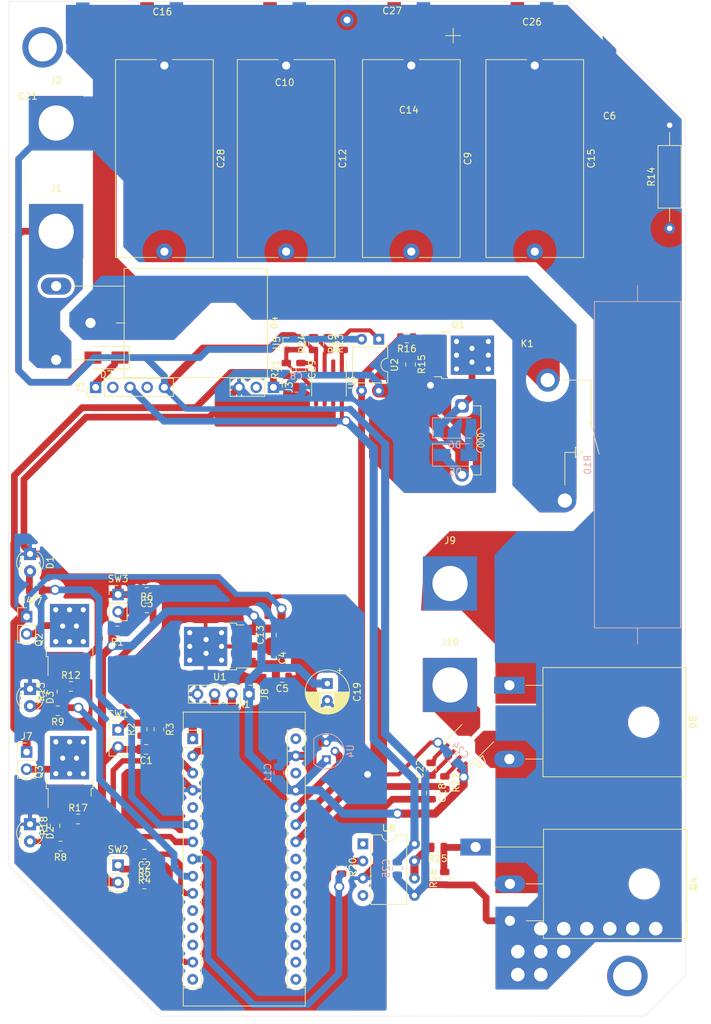
<source format=kicad_pcb>
(kicad_pcb (version 20171130) (host pcbnew "(5.1.5)-3")
  (layers (0 F.Cu signal) (31 B.Cu signal) (34 B.Paste user) (35 F.Paste user) (36 B.SilkS user) (37 F.SilkS user) (38 B.Mask user) (39 F.Mask user) (44 Edge.Cuts user))
  (net 0 "")
  (net 1 "Net-(A1-Pad1)")
  (net 2 "Net-(A1-Pad2)")
  (net 3 RESET)
  (net 4 GNDREF)
  (net 5 D4)
  (net 6 A5)
  (net 7 D6)
  (net 8 D7)
  (net 9 A7)
  (net 10 +5V)
  (net 11 D5)
  (net 12 D2)
  (net 13 D1)
  (net 14 +12V)
  (net 15 Bus+)
  (net 16 GND)
  (net 17 "Net-(C22-Pad1)")
  (net 18 12V)
  (net 19 "Net-(D1-Pad2)")
  (net 20 "Net-(D2-Pad2)")
  (net 21 "Net-(D3-Pad2)")
  (net 22 VDD)
  (net 23 "Net-(D4-Pad2)")
  (net 24 "Net-(D5-Pad2)")
  (net 25 "Net-(D6-Pad1)")
  (net 26 "Net-(D7-Pad1)")
  (net 27 "Net-(D8-Pad2)")
  (net 28 "Net-(J4-Pad2)")
  (net 29 "Net-(J7-Pad2)")
  (net 30 "Net-(J10-Pad1)")
  (net 31 "Net-(Q1-Pad1)")
  (net 32 "Net-(Q2-Pad1)")
  (net 33 "Net-(Q3-Pad1)")
  (net 34 "Net-(Q4-Pad1)")
  (net 35 "Net-(R1-Pad1)")
  (net 36 "Net-(R2-Pad2)")
  (net 37 "Net-(R4-Pad2)")
  (net 38 "Net-(R19-Pad2)")
  (net 39 "Net-(R19-Pad1)")
  (net 40 "Net-(R20-Pad1)")
  (net 41 "Net-(R21-Pad2)")
  (net 42 "Net-(R22-Pad1)")
  (net 43 "Net-(R23-Pad2)")
  (net 44 "Net-(R25-Pad2)")
  (net 45 "Net-(A1-Pad17)")
  (net 46 "Net-(A1-Pad18)")
  (net 47 "Net-(A1-Pad19)")
  (net 48 "Net-(A1-Pad20)")
  (net 49 "Net-(A1-Pad5)")
  (net 50 "Net-(A1-Pad21)")
  (net 51 "Net-(A1-Pad22)")
  (net 52 "Net-(A1-Pad23)")
  (net 53 "Net-(A1-Pad11)")
  (net 54 "Net-(A1-Pad12)")
  (net 55 "Net-(A1-Pad28)")
  (net 56 "Net-(A1-Pad30)")
  (net 57 "Net-(U6-Pad1)")
  (net 58 "Net-(U6-Pad4)")
  (net 59 D11)
  (net 60 D3)
  (net 61 "Net-(A1-Pad13)")
  (net 62 A6)
  (net 63 "Net-(J3-Pad2)")
  (net 64 "Net-(J5-Pad2)")
  (net 65 "Net-(J5-Pad4)")
  (module kicad_personal_lib:TO-252-3_cool (layer F.Cu) (at -146.868 92.44)
    (fp_text reference Q1 (at 0 -4.5) (layer F.SilkS))
    (fp_text value Q_NMOS_GDS)
    (pad 2 smd rect (at 2.1 0) (size 6.4 5.8) (layers B.Cu F.Mask) (net 25 "Net-(D6-Pad1)"))
    (pad "" thru_hole circle (at 4.445 -2.032) (size 1.524 1.524) (drill 0.762) (layers *.Cu *.Mask))
    (pad "" thru_hole circle (at 4.445 2.032) (size 1.524 1.524) (drill 0.762) (layers *.Cu *.Mask))
    (pad "" thru_hole circle (at 4.445 0) (size 1.524 1.524) (drill 0.762) (layers *.Cu *.Mask))
    (pad "" thru_hole circle (at 2.032 1.016) (size 1.524 1.524) (drill 0.762) (layers *.Cu *.Mask) (net 25 "Net-(D6-Pad1)"))
    (pad "" thru_hole circle (at 2.032 -1.016) (size 1.524 1.524) (drill 0.762) (layers *.Cu *.Mask))
    (pad "" thru_hole circle (at -0.254 0) (size 1.524 1.524) (drill 0.762) (layers *.Cu *.Mask))
    (pad "" thru_hole circle (at -0.254 2.032) (size 1.524 1.524) (drill 0.762) (layers *.Cu *.Mask))
    (pad "" thru_hole circle (at -0.254 -2.032) (size 1.524 1.524) (drill 0.762) (layers *.Cu *.Mask))
    (pad 2 smd rect (at 2.1 0) (size 6.4 5.8) (layers F.Cu F.Mask) (net 25 "Net-(D6-Pad1)"))
    (pad 3 smd rect (at -4.2 2.28) (size 2.2 1.2) (layers F.Cu F.Paste F.Mask) (net 4 GNDREF))
    (pad 2 smd rect (at -4.2 0) (size 2.2 1.2) (layers F.Cu F.Paste F.Mask) (net 25 "Net-(D6-Pad1)"))
    (pad 1 smd rect (at -4.2 -2.28) (size 2.2 1.2) (layers F.Cu F.Paste F.Mask) (net 31 "Net-(Q1-Pad1)"))
  )
  (module Connector_PinHeader_2.54mm:PinHeader_1x03_P2.54mm_Vertical (layer F.Cu) (at -174.188 97.19 270)
    (fp_text reference J3 (at 0 -2.33 90) (layer F.SilkS))
    (fp_text value Screw_Terminal_01x03)
    (pad 1 thru_hole rect (at 0 0 270) (size 1.7 1.7) (drill 1) (layers *.Cu *.Mask) (net 14 +12V))
    (pad 2 thru_hole oval (at 0 2.54 270) (size 1.7 1.7) (drill 1) (layers *.Cu *.Mask) (net 63 "Net-(J3-Pad2)"))
    (pad 3 thru_hole oval (at 0 5.08 270) (size 1.7 1.7) (drill 1) (layers *.Cu *.Mask) (net 4 GNDREF))
  )
  (module Connector_PinHeader_2.54mm:PinHeader_1x05_P2.54mm_Vertical (layer F.Cu) (at -200.468 97.19 90)
    (fp_text reference J5 (at 0 -2.33 90) (layer F.SilkS))
    (fp_text value Screw_Terminal_01x05)
    (pad 5 thru_hole oval (at 0 10.16 90) (size 1.7 1.7) (drill 1) (layers *.Cu *.Mask) (net 16 GND))
    (pad 4 thru_hole oval (at 0 7.62 90) (size 1.7 1.7) (drill 1) (layers *.Cu *.Mask) (net 65 "Net-(J5-Pad4)"))
    (pad 3 thru_hole oval (at 0 5.08 90) (size 1.7 1.7) (drill 1) (layers *.Cu *.Mask) (net 18 12V))
    (pad 2 thru_hole oval (at 0 2.54 90) (size 1.7 1.7) (drill 1) (layers *.Cu *.Mask) (net 64 "Net-(J5-Pad2)"))
    (pad 1 thru_hole rect (at 0 0 90) (size 1.7 1.7) (drill 1) (layers *.Cu *.Mask) (net 26 "Net-(D7-Pad1)"))
  )
  (module Resistor_SMD:R_0805_2012Metric (layer F.Cu) (at -206.468 161.99 90)
    (fp_text reference R18 (at 0 -1.65 90) (layer F.SilkS))
    (fp_text value 100R)
    (pad 2 smd roundrect (at 0.9375 0 90) (size 0.975 1.4) (layers F.Cu F.Paste F.Mask) (net 33 "Net-(Q3-Pad1)"))
    (pad 1 smd roundrect (at -0.9375 0 90) (size 0.975 1.4) (layers F.Cu F.Paste F.Mask) (net 59 D11))
  )
  (module Diode_SMD:D_MELF (layer B.Cu) (at -147.368 103.19)
    (fp_text reference D6 (at 0 2.5 180) (layer B.SilkS) (effects (justify mirror)))
    (fp_text value "18V zener")
    (pad 1 smd rect (at -2.4 0) (size 1.5 2.7) (layers B.Cu B.Paste B.Mask) (net 25 "Net-(D6-Pad1)"))
    (pad 2 smd rect (at 2.4 0) (size 1.5 2.7) (layers B.Cu B.Paste B.Mask) (net 24 "Net-(D5-Pad2)"))
  )
  (module kicad_personal_lib:Relay_SPDT_RAYEX-L90S (layer F.Cu) (at -140.646 107.026 270)
    (fp_text reference K1 (at -16.3 -3.9666) (layer F.SilkS))
    (fp_text value HK15F_r)
    (pad A2 thru_hole roundrect (at -7.1 5.66 180) (size 2 2) (drill 1.2) (layers *.Cu *.Mask) (net 25 "Net-(D6-Pad1)"))
    (pad 14 thru_hole circle (at -10.9 -7 180) (size 3.4 3.4) (drill 2.1) (layers *.Cu *.Mask) (net 15 Bus+) (clearance 1.5))
    (pad 11 thru_hole circle (at 6.9 -9.54 180) (size 3.4 3.4) (drill 2.1) (layers *.Cu *.Mask) (net 23 "Net-(D4-Pad2)"))
    (pad A1 thru_hole circle (at 3.1 5.66 180) (size 2 2) (drill 1.2) (layers *.Cu *.Mask) (net 14 +12V))
  )
  (module Resistor_THT:R_Axial_Power_L48.0mm_W12.5mm_P55.88mm (layer B.Cu) (at -120.368 80.69 270)
    (fp_text reference R10 (at 27.94 7.37 270) (layer B.SilkS) (effects (justify mirror)))
    (fp_text value "2x11W (5k each)")
  )
  (module kicad_personal_lib:Cap_Parallel (layer F.Cu) (at -154.173069 52.388)
    (fp_text reference C14 (at 0 3.81) (layer F.SilkS))
    (fp_text value CAP)
    (pad 2 smd rect (at -2.165 -9.128) (size 2 6) (layers F.Cu F.Paste F.Mask) (net 15 Bus+))
    (pad 1 smd rect (at 2.165 -8.128) (size 2 8) (layers B.Cu B.Paste B.Mask) (net 16 GND))
  )
  (module kicad_personal_lib:Cap_Parallel_1 (layer F.Cu) (at -124.506 53.274)
    (fp_text reference C6 (at 0 3.81) (layer F.SilkS))
    (fp_text value CAP)
    (pad 2 smd custom (at 0 -3.048) (size 2 2) (layers F.Cu F.Paste F.Mask) (net 15 Bus+) (options (clearance outline) (anchor rect)) (primitives (gr_poly (pts (xy -1 -5) (xy 1 -3) (xy 1 3) (xy -1 3)) (width 0))))
    (pad 1 smd custom (at 0 -3.048) (size 2 2) (layers B.Cu B.Paste B.Mask) (net 16 GND) (options (clearance outline) (anchor rect)) (primitives (gr_poly (pts (xy -1 -5) (xy 1 -3) (xy 1 3) (xy -1 3)) (width 0))))
  )
  (module kicad_personal_lib:Cap_Parallel_1 (layer F.Cu) (at -210.496 50.3458)
    (fp_text reference C21 (at 0 3.81) (layer F.SilkS))
    (fp_text value CAP)
    (pad 2 smd rect (at 8.128 -6.0198) (size 2 8) (layers F.Cu F.Paste F.Mask) (net 15 Bus+))
    (pad 1 smd rect (at 8.128 -6.0452) (size 2 8) (layers B.Cu B.Paste B.Mask) (net 16 GND))
  )
  (module kicad_personal_lib:Cap_Parallel (layer F.Cu) (at -135.968 40.19 180)
    (fp_text reference C26 (at 0 -3) (layer F.SilkS))
    (fp_text value CAP)
    (pad 1 smd rect (at -2.165 -4.064 180) (size 2 8) (layers B.Cu B.Paste B.Mask) (net 16 GND))
    (pad 2 smd rect (at 2.165 -3.064 180) (size 2 6) (layers F.Cu F.Paste F.Mask) (net 15 Bus+))
  )
  (module kicad_personal_lib:Cap_12.8 (layer F.Cu) (at -150.112 42.526 180)
    (fp_text reference C27 (at 6.5278 0.9906 180) (layer F.SilkS))
    (fp_text value CAP)
    (pad 2 thru_hole circle (at 13.194 -0.364 180) (size 2 2) (drill 1) (layers *.Cu *.Mask) (net 15 Bus+))
  )
  (module kicad_personal_lib:Cap_Parallel (layer F.Cu) (at -172.533 48.326)
    (fp_text reference C10 (at 0 3.81) (layer F.SilkS))
    (fp_text value CAP)
    (pad 1 smd rect (at 2.165 -4.064) (size 2 8) (layers B.Cu B.Paste B.Mask) (net 16 GND))
    (pad 2 smd rect (at -2.165 -5.064) (size 2 6) (layers F.Cu F.Paste F.Mask) (net 15 Bus+))
  )
  (module kicad_personal_lib:C_Rect_L29.0mm_W14.2mm_P27.50mm_MKT (layer F.Cu) (at -135.556 49.626 270)
    (fp_text reference C15 (at 13.75 -8.35 90) (layer F.SilkS))
    (fp_text value CAP)
    (pad 2 thru_hole circle (at 27.5 0 270) (size 2.4 2.4) (drill 1.2) (layers *.Cu *.Mask) (net 15 Bus+) (clearance 2))
    (pad 1 thru_hole circle (at 0 0 270) (size 2.4 2.4) (drill 1.2) (layers *.Cu *.Mask) (net 16 GND) (clearance 2))
  )
  (module kicad_personal_lib:Cap_Parallel (layer F.Cu) (at -190.703 40.226 180)
    (fp_text reference C16 (at -0.085 -1.464) (layer F.SilkS))
    (fp_text value CAP)
    (pad 1 smd rect (at -2.165 -4.04 180) (size 2 8) (layers B.Cu B.Paste B.Mask) (net 16 GND))
    (pad 2 smd rect (at 2.165 -3.54 180) (size 2 7) (layers F.Cu F.Paste F.Mask) (net 15 Bus+))
  )
  (module kicad_personal_lib:C_Rect_L29.0mm_W14.2mm_P27.50mm_MKT (layer F.Cu) (at -153.806 49.626 270)
    (fp_text reference C9 (at 13.75 -8.35 90) (layer F.SilkS))
    (fp_text value CAP)
    (pad 2 thru_hole circle (at 27.5 0 270) (size 2.4 2.4) (drill 1.2) (layers *.Cu *.Mask) (net 15 Bus+) (clearance 2))
    (pad 1 thru_hole circle (at 0 0 270) (size 2.4 2.4) (drill 1.2) (layers *.Cu *.Mask) (net 16 GND) (clearance 2))
  )
  (module kicad_personal_lib:C_Rect_L29.0mm_W14.2mm_P27.50mm_MKT (layer F.Cu) (at -172.306 49.626 270)
    (fp_text reference C12 (at 13.75 -8.35 90) (layer F.SilkS))
    (fp_text value CAP)
    (pad 2 thru_hole circle (at 27.5 0 270) (size 2.4 2.4) (drill 1.2) (layers *.Cu *.Mask) (net 15 Bus+) (clearance 2))
    (pad 1 thru_hole circle (at 0 0 270) (size 2.4 2.4) (drill 1.2) (layers *.Cu *.Mask) (net 16 GND) (clearance 2))
  )
  (module kicad_personal_lib:C_Rect_L29.0mm_W14.2mm_P27.50mm_MKT (layer F.Cu) (at -190.306 49.626 270)
    (fp_text reference C28 (at 13.75 -8.35 90) (layer F.SilkS))
    (fp_text value CAP)
    (pad 2 thru_hole circle (at 27.5 0 270) (size 2.4 2.4) (drill 1.2) (layers *.Cu *.Mask) (net 15 Bus+) (clearance 2))
    (pad 1 thru_hole circle (at 0 0 270) (size 2.4 2.4) (drill 1.2) (layers *.Cu *.Mask) (net 16 GND) (clearance 1.5))
  )
  (module Module:Arduino_Nano (layer F.Cu) (at -186.118 149.126)
    (fp_text reference A1 (at 7.62 -5.08) (layer F.SilkS))
    (fp_text value Arduino_Nano_v3.x)
    (pad 1 thru_hole rect (at 0 0) (size 1.6 1.6) (drill 0.8) (layers *.Cu *.Mask) (net 1 "Net-(A1-Pad1)"))
    (pad 17 thru_hole oval (at 15.24 33.02) (size 1.6 1.6) (drill 0.8) (layers *.Cu *.Mask) (net 45 "Net-(A1-Pad17)"))
    (pad 2 thru_hole oval (at 0 2.54) (size 1.6 1.6) (drill 0.8) (layers *.Cu *.Mask) (net 2 "Net-(A1-Pad2)"))
    (pad 18 thru_hole oval (at 15.24 30.48) (size 1.6 1.6) (drill 0.8) (layers *.Cu *.Mask) (net 46 "Net-(A1-Pad18)"))
    (pad 3 thru_hole oval (at 0 5.08) (size 1.6 1.6) (drill 0.8) (layers *.Cu *.Mask) (net 3 RESET))
    (pad 19 thru_hole oval (at 15.24 27.94) (size 1.6 1.6) (drill 0.8) (layers *.Cu *.Mask) (net 47 "Net-(A1-Pad19)"))
    (pad 4 thru_hole oval (at 0 7.62) (size 1.6 1.6) (drill 0.8) (layers *.Cu *.Mask) (net 4 GNDREF))
    (pad 20 thru_hole oval (at 15.24 25.4) (size 1.6 1.6) (drill 0.8) (layers *.Cu *.Mask) (net 48 "Net-(A1-Pad20)"))
    (pad 5 thru_hole oval (at 0 10.16) (size 1.6 1.6) (drill 0.8) (layers *.Cu *.Mask) (net 49 "Net-(A1-Pad5)"))
    (pad 21 thru_hole oval (at 15.24 22.86) (size 1.6 1.6) (drill 0.8) (layers *.Cu *.Mask) (net 50 "Net-(A1-Pad21)"))
    (pad 6 thru_hole oval (at 0 12.7) (size 1.6 1.6) (drill 0.8) (layers *.Cu *.Mask) (net 60 D3))
    (pad 22 thru_hole oval (at 15.24 20.32) (size 1.6 1.6) (drill 0.8) (layers *.Cu *.Mask) (net 51 "Net-(A1-Pad22)"))
    (pad 7 thru_hole oval (at 0 15.24) (size 1.6 1.6) (drill 0.8) (layers *.Cu *.Mask) (net 5 D4))
    (pad 23 thru_hole oval (at 15.24 17.78) (size 1.6 1.6) (drill 0.8) (layers *.Cu *.Mask) (net 52 "Net-(A1-Pad23)"))
    (pad 8 thru_hole oval (at 0 17.78) (size 1.6 1.6) (drill 0.8) (layers *.Cu *.Mask) (net 11 D5))
    (pad 24 thru_hole oval (at 15.24 15.24) (size 1.6 1.6) (drill 0.8) (layers *.Cu *.Mask) (net 6 A5))
    (pad 9 thru_hole oval (at 0 20.32) (size 1.6 1.6) (drill 0.8) (layers *.Cu *.Mask) (net 7 D6))
    (pad 25 thru_hole oval (at 15.24 12.7) (size 1.6 1.6) (drill 0.8) (layers *.Cu *.Mask) (net 62 A6))
    (pad 10 thru_hole oval (at 0 22.86) (size 1.6 1.6) (drill 0.8) (layers *.Cu *.Mask) (net 8 D7))
    (pad 26 thru_hole oval (at 15.24 10.16) (size 1.6 1.6) (drill 0.8) (layers *.Cu *.Mask) (net 9 A7))
    (pad 11 thru_hole oval (at 0 25.4) (size 1.6 1.6) (drill 0.8) (layers *.Cu *.Mask) (net 53 "Net-(A1-Pad11)"))
    (pad 27 thru_hole oval (at 15.24 7.62) (size 1.6 1.6) (drill 0.8) (layers *.Cu *.Mask) (net 10 +5V))
    (pad 12 thru_hole oval (at 0 27.94) (size 1.6 1.6) (drill 0.8) (layers *.Cu *.Mask) (net 54 "Net-(A1-Pad12)"))
    (pad 28 thru_hole oval (at 15.24 5.08) (size 1.6 1.6) (drill 0.8) (layers *.Cu *.Mask) (net 55 "Net-(A1-Pad28)"))
    (pad 13 thru_hole oval (at 0 30.48) (size 1.6 1.6) (drill 0.8) (layers *.Cu *.Mask) (net 61 "Net-(A1-Pad13)"))
    (pad 29 thru_hole oval (at 15.24 2.54) (size 1.6 1.6) (drill 0.8) (layers *.Cu *.Mask) (net 4 GNDREF))
    (pad 14 thru_hole oval (at 0 33.02) (size 1.6 1.6) (drill 0.8) (layers *.Cu *.Mask) (net 59 D11))
    (pad 30 thru_hole oval (at 15.24 0) (size 1.6 1.6) (drill 0.8) (layers *.Cu *.Mask) (net 56 "Net-(A1-Pad30)"))
    (pad 15 thru_hole oval (at 0 35.56) (size 1.6 1.6) (drill 0.8) (layers *.Cu *.Mask) (net 12 D2))
    (pad 16 thru_hole oval (at 15.24 35.56) (size 1.6 1.6) (drill 0.8) (layers *.Cu *.Mask) (net 13 D1))
  )
  (module Resistor_SMD:R_0805_2012Metric (layer F.Cu) (at -193.0095 150.69 180)
    (fp_text reference C1 (at 0 -1.65) (layer F.SilkS))
    (fp_text value 100nF)
    (pad 1 smd roundrect (at -0.9375 0 180) (size 0.975 1.4) (layers F.Cu F.Paste F.Mask) (net 5 D4))
    (pad 2 smd roundrect (at 0.9375 0 180) (size 0.975 1.4) (layers F.Cu F.Paste F.Mask) (net 10 +5V))
  )
  (module Resistor_SMD:R_0805_2012Metric (layer F.Cu) (at -193.268 166.19 180)
    (fp_text reference C2 (at 0 -1.65) (layer F.SilkS))
    (fp_text value 100nF)
    (pad 2 smd roundrect (at 0.9375 0 180) (size 0.975 1.4) (layers F.Cu F.Paste F.Mask) (net 10 +5V))
    (pad 1 smd roundrect (at -0.9375 0 180) (size 0.975 1.4) (layers F.Cu F.Paste F.Mask) (net 8 D7))
  )
  (module Resistor_SMD:R_0805_2012Metric (layer F.Cu) (at -192.9195 127.502 180)
    (fp_text reference C3 (at 0 -1.65) (layer F.SilkS))
    (fp_text value 100nF)
    (pad 1 smd roundrect (at -0.9375 0 180) (size 0.975 1.4) (layers F.Cu F.Paste F.Mask) (net 3 RESET))
    (pad 2 smd roundrect (at 0.9375 0 180) (size 0.975 1.4) (layers F.Cu F.Paste F.Mask) (net 4 GNDREF))
  )
  (module Resistor_SMD:R_0805_2012Metric (layer F.Cu) (at -174.491 137.1823 270)
    (fp_text reference C4 (at 0 -1.65 90) (layer F.SilkS))
    (fp_text value 22uF)
    (pad 1 smd roundrect (at -0.9375 0 270) (size 0.975 1.4) (layers F.Cu F.Paste F.Mask) (net 4 GNDREF))
    (pad 2 smd roundrect (at 0.9375 0 270) (size 0.975 1.4) (layers F.Cu F.Paste F.Mask) (net 14 +12V))
  )
  (module Resistor_SMD:R_0805_2012Metric (layer F.Cu) (at -172.8885 140.0548 180)
    (fp_text reference C5 (at 0 -1.65) (layer F.SilkS))
    (fp_text value 22uF)
    (pad 1 smd roundrect (at -0.9375 0 180) (size 0.975 1.4) (layers F.Cu F.Paste F.Mask) (net 4 GNDREF))
    (pad 2 smd roundrect (at 0.9375 0 180) (size 0.975 1.4) (layers F.Cu F.Paste F.Mask) (net 14 +12V))
  )
  (module Resistor_SMD:R_0805_2012Metric (layer B.Cu) (at -170.8055 97.19 180)
    (fp_text reference C8 (at 0 1.65 180) (layer B.SilkS) (effects (justify mirror)))
    (fp_text value 100nF)
    (pad 1 smd roundrect (at -0.9375 0 180) (size 0.975 1.4) (layers B.Cu B.Paste B.Mask) (net 4 GNDREF))
    (pad 2 smd roundrect (at 0.9375 0 180) (size 0.975 1.4) (layers B.Cu B.Paste B.Mask) (net 14 +12V))
  )
  (module Resistor_SMD:R_0805_2012Metric (layer B.Cu) (at -173.3772 154.172 270)
    (fp_text reference C11 (at 0 1.65 270) (layer B.SilkS) (effects (justify mirror)))
    (fp_text value 10uF)
    (pad 2 smd roundrect (at 0.9375 0 270) (size 0.975 1.4) (layers B.Cu B.Paste B.Mask) (net 10 +5V))
    (pad 1 smd roundrect (at -0.9375 0 270) (size 0.975 1.4) (layers B.Cu B.Paste B.Mask) (net 4 GNDREF))
  )
  (module Resistor_SMD:R_0805_2012Metric (layer F.Cu) (at -174.491 133.7833 90)
    (fp_text reference C13 (at 0 -1.65 90) (layer F.SilkS))
    (fp_text value 10uF)
    (pad 2 smd roundrect (at 0.9375 0 90) (size 0.975 1.4) (layers F.Cu F.Paste F.Mask) (net 10 +5V))
    (pad 1 smd roundrect (at -0.9375 0 90) (size 0.975 1.4) (layers F.Cu F.Paste F.Mask) (net 4 GNDREF))
  )
  (module Resistor_SMD:R_0805_2012Metric (layer F.Cu) (at -150.868 157.1275 270)
    (fp_text reference C18 (at 0 -1.65 90) (layer F.SilkS))
    (fp_text value 1nF)
    (pad 1 smd roundrect (at -0.9375 0 270) (size 0.975 1.4) (layers F.Cu F.Paste F.Mask) (net 6 A5))
    (pad 2 smd roundrect (at 0.9375 0 270) (size 0.975 1.4) (layers F.Cu F.Paste F.Mask) (net 4 GNDREF))
  )
  (module Resistor_SMD:R_0805_2012Metric (layer F.Cu) (at -150.876 153.6275 90)
    (fp_text reference C22 (at 0 -1.65 90) (layer F.SilkS))
    (fp_text value 1nF)
    (pad 1 smd roundrect (at -0.9375 0 90) (size 0.975 1.4) (layers F.Cu F.Paste F.Mask) (net 17 "Net-(C22-Pad1)"))
    (pad 2 smd roundrect (at 0.9375 0 90) (size 0.975 1.4) (layers F.Cu F.Paste F.Mask) (net 4 GNDREF))
  )
  (module Resistor_SMD:R_0805_2012Metric (layer B.Cu) (at -147.720687 151.990113 135)
    (fp_text reference C24 (at 0 1.65 135) (layer B.SilkS) (effects (justify mirror)))
    (fp_text value 100nF)
    (pad 2 smd roundrect (at 0.9375 0 135) (size 0.975 1.4) (layers B.Cu B.Paste B.Mask) (net 4 GNDREF))
    (pad 1 smd roundrect (at -0.9375 0 135) (size 0.975 1.4) (layers B.Cu B.Paste B.Mask) (net 10 +5V))
  )
  (module Resistor_SMD:R_0805_2012Metric (layer B.Cu) (at -155.876 168.2985 270)
    (fp_text reference C25 (at 0 1.65 270) (layer B.SilkS) (effects (justify mirror)))
    (fp_text value C)
    (pad 2 smd roundrect (at 0.9375 0 270) (size 0.975 1.4) (layers B.Cu B.Paste B.Mask) (net 16 GND))
    (pad 1 smd roundrect (at -0.9375 0 270) (size 0.975 1.4) (layers B.Cu B.Paste B.Mask) (net 18 12V))
  )
  (module LED_THT:LED_D3.0mm (layer F.Cu) (at -210.166 121.822 270)
    (fp_text reference D1 (at 1.27 -2.96 90) (layer F.SilkS))
    (fp_text value LED)
    (pad 1 thru_hole rect (at 0 0 270) (size 1.8 1.8) (drill 0.9) (layers *.Cu *.Mask) (net 4 GNDREF))
    (pad 2 thru_hole circle (at 2.54 0 270) (size 1.8 1.8) (drill 0.9) (layers *.Cu *.Mask) (net 19 "Net-(D1-Pad2)"))
  )
  (module LED_THT:LED_D3.0mm (layer F.Cu) (at -210.166 161.756 270)
    (fp_text reference D2 (at 1.27 -2.96 90) (layer F.SilkS))
    (fp_text value LED)
    (pad 2 thru_hole circle (at 2.54 0 270) (size 1.8 1.8) (drill 0.9) (layers *.Cu *.Mask) (net 20 "Net-(D2-Pad2)"))
    (pad 1 thru_hole rect (at 0 0 270) (size 1.8 1.8) (drill 0.9) (layers *.Cu *.Mask) (net 4 GNDREF))
  )
  (module LED_THT:LED_D3.0mm (layer F.Cu) (at -210.166 141.756 270)
    (fp_text reference D3 (at 1.27 -2.96 90) (layer F.SilkS))
    (fp_text value LED)
    (pad 1 thru_hole rect (at 0 0 270) (size 1.8 1.8) (drill 0.9) (layers *.Cu *.Mask) (net 4 GNDREF))
    (pad 2 thru_hole circle (at 2.54 0 270) (size 1.8 1.8) (drill 0.9) (layers *.Cu *.Mask) (net 21 "Net-(D3-Pad2)"))
  )
  (module kicad_personal_lib:TO-247-3_Staggered_TabUp_1 (layer F.Cu) (at -201.228 93.126 90)
    (fp_text reference D4 (at 5.45 27.15 90) (layer F.SilkS))
    (fp_text value DSEK6-06A)
    (pad "" np_thru_hole oval (at 5.45 19.86 90) (size 3.6 3.6) (drill 3.6) (layers *.Cu *.Mask))
    (pad 1 thru_hole rect (at 0 -5.08 90) (size 2.5 4.5) (drill 1.5) (layers *.Cu *.Mask) (net 22 VDD))
    (pad 2 thru_hole oval (at 5.45 0 90) (size 2.5 4.5) (drill 1.5) (layers *.Cu *.Mask) (net 23 "Net-(D4-Pad2)"))
    (pad 3 thru_hole oval (at 10.9 -5.08 90) (size 2.5 4.5) (drill 1.5) (layers *.Cu *.Mask))
  )
  (module Diode_SMD:D_SMA (layer B.Cu) (at -147.274 107.19)
    (fp_text reference D5 (at 0 2.5 180) (layer B.SilkS) (effects (justify mirror)))
    (fp_text value 1N4007)
    (pad 2 smd rect (at 2 0) (size 2.5 1.8) (layers B.Cu B.Paste B.Mask) (net 24 "Net-(D5-Pad2)"))
    (pad 1 smd rect (at -2 0) (size 2.5 1.8) (layers B.Cu B.Paste B.Mask) (net 14 +12V))
  )
  (module Diode_SMD:D_SMA (layer F.Cu) (at -198.868 92.79 180)
    (fp_text reference D7 (at 0 -2.5) (layer F.SilkS))
    (fp_text value 1N4007)
    (pad 1 smd rect (at -2 0 180) (size 2.5 1.8) (layers F.Cu F.Paste F.Mask) (net 26 "Net-(D7-Pad1)"))
    (pad 2 smd rect (at 2 0 180) (size 2.5 1.8) (layers F.Cu F.Paste F.Mask) (net 22 VDD))
  )
  (module kicad_personal_lib:M5 (layer F.Cu) (at -206.306 74.126)
    (fp_text reference J1 (at 0 -6.35) (layer F.SilkS))
    (fp_text value VDD)
    (pad 1 thru_hole rect (at 0 0) (size 8 8) (drill 5.2) (layers *.Cu *.Mask) (net 22 VDD))
  )
  (module kicad_personal_lib:M5 (layer F.Cu) (at -206.306 58.126)
    (fp_text reference J2 (at 0 -6.35) (layer F.SilkS))
    (fp_text value VSS)
    (pad 1 thru_hole rect (at 0 0) (size 8 8) (drill 5.2) (layers *.Cu *.Mask) (net 16 GND))
  )
  (module Connector_PinHeader_2.54mm:PinHeader_1x02_P2.54mm_Vertical (layer F.Cu) (at -210.674 131.088)
    (fp_text reference J4 (at 0 -2.33) (layer F.SilkS))
    (fp_text value Klemens)
    (pad 1 thru_hole rect (at 0 0) (size 1.7 1.7) (drill 1) (layers *.Cu *.Mask) (net 14 +12V))
    (pad 2 thru_hole oval (at 0 2.54) (size 1.7 1.7) (drill 1) (layers *.Cu *.Mask) (net 28 "Net-(J4-Pad2)"))
  )
  (module Connector_PinHeader_2.54mm:PinHeader_1x02_P2.54mm_Vertical (layer F.Cu) (at -210.674 151.088)
    (fp_text reference J7 (at 0 -2.33) (layer F.SilkS))
    (fp_text value Klemens)
    (pad 2 thru_hole oval (at 0 2.54) (size 1.7 1.7) (drill 1) (layers *.Cu *.Mask) (net 29 "Net-(J7-Pad2)"))
    (pad 1 thru_hole rect (at 0 0) (size 1.7 1.7) (drill 1) (layers *.Cu *.Mask) (net 14 +12V))
  )
  (module Connector_PinHeader_2.54mm:PinHeader_1x04_P2.54mm_Vertical (layer F.Cu) (at -177.7968 142.5388 270)
    (fp_text reference J8 (at 0 -2.33 90) (layer F.SilkS))
    (fp_text value Conn_01x04_Male)
    (pad 1 thru_hole rect (at 0 0 270) (size 1.7 1.7) (drill 1) (layers *.Cu *.Mask) (net 10 +5V))
    (pad 2 thru_hole oval (at 0 2.54 270) (size 1.7 1.7) (drill 1) (layers *.Cu *.Mask) (net 2 "Net-(A1-Pad2)"))
    (pad 3 thru_hole oval (at 0 5.08 270) (size 1.7 1.7) (drill 1) (layers *.Cu *.Mask) (net 1 "Net-(A1-Pad1)"))
    (pad 4 thru_hole oval (at 0 7.62 270) (size 1.7 1.7) (drill 1) (layers *.Cu *.Mask) (net 4 GNDREF))
  )
  (module kicad_personal_lib:M5 (layer F.Cu) (at -148.082 126.178)
    (fp_text reference J9 (at 0 -6.35) (layer F.SilkS))
    (fp_text value "conn_Motor (+)")
    (pad 1 thru_hole rect (at 0 0) (size 8 8) (drill 5.2) (layers *.Cu *.Mask) (net 15 Bus+))
  )
  (module kicad_personal_lib:M5 (layer F.Cu) (at -148.082 141.178)
    (fp_text reference J10 (at 0 -6.35) (layer F.SilkS))
    (fp_text value "conn_Motor (-)")
    (pad 1 thru_hole rect (at 0 0) (size 8 8) (drill 5.2) (layers *.Cu *.Mask) (net 30 "Net-(J10-Pad1)"))
  )
  (module kicad_personal_lib:TO-247-3_Horizontal_TabDown (layer F.Cu) (at -139.226 165.126 270)
    (fp_text reference Q4 (at 5.45 -27.15 90) (layer F.SilkS))
    (fp_text value IXFH50N60P3)
    (pad "" np_thru_hole oval (at 5.45 -19.86 270) (size 3.6 3.6) (drill 3.6) (layers *.Cu *.Mask))
    (pad 1 thru_hole rect (at 0 5.08 270) (size 2.5 4.5) (drill 1.5) (layers *.Cu *.Mask) (net 34 "Net-(Q4-Pad1)"))
    (pad 2 thru_hole oval (at 5.45 0 270) (size 2.5 4.5) (drill 1.5) (layers *.Cu *.Mask) (net 27 "Net-(D8-Pad2)"))
    (pad 3 thru_hole oval (at 10.9 0 270) (size 2.5 4.5) (drill 1.5) (layers *.Cu *.Mask) (net 16 GND))
  )
  (module Resistor_SMD:R_0805_2012Metric (layer F.Cu) (at -197.268 133.19 180)
    (fp_text reference R1 (at 0 -1.65) (layer F.SilkS))
    (fp_text value 100R)
    (pad 2 smd roundrect (at 0.9375 0 180) (size 0.975 1.4) (layers F.Cu F.Paste F.Mask) (net 10 +5V))
    (pad 1 smd roundrect (at -0.9375 0 180) (size 0.975 1.4) (layers F.Cu F.Paste F.Mask) (net 35 "Net-(R1-Pad1)"))
  )
  (module Resistor_SMD:R_0805_2012Metric (layer F.Cu) (at -193.596 147.7335 90)
    (fp_text reference R2 (at 0 -1.65 90) (layer F.SilkS))
    (fp_text value 100R)
    (pad 2 smd roundrect (at 0.9375 0 90) (size 0.975 1.4) (layers F.Cu F.Paste F.Mask) (net 36 "Net-(R2-Pad2)"))
    (pad 1 smd roundrect (at -0.9375 0 90) (size 0.975 1.4) (layers F.Cu F.Paste F.Mask) (net 5 D4))
  )
  (module Resistor_SMD:R_0805_2012Metric (layer F.Cu) (at -191.118 147.7335 270)
    (fp_text reference R3 (at 0 -1.65 90) (layer F.SilkS))
    (fp_text value 100R)
    (pad 1 smd roundrect (at -0.9375 0 270) (size 0.975 1.4) (layers F.Cu F.Paste F.Mask) (net 36 "Net-(R2-Pad2)"))
    (pad 2 smd roundrect (at 0.9375 0 270) (size 0.975 1.4) (layers F.Cu F.Paste F.Mask) (net 4 GNDREF))
  )
  (module Resistor_SMD:R_0805_2012Metric (layer F.Cu) (at -193.268 168.39 180)
    (fp_text reference R4 (at 0 -1.65) (layer F.SilkS))
    (fp_text value 100R)
    (pad 1 smd roundrect (at -0.9375 0 180) (size 0.975 1.4) (layers F.Cu F.Paste F.Mask) (net 8 D7))
    (pad 2 smd roundrect (at 0.9375 0 180) (size 0.975 1.4) (layers F.Cu F.Paste F.Mask) (net 37 "Net-(R4-Pad2)"))
  )
  (module Resistor_SMD:R_0805_2012Metric (layer F.Cu) (at -193.268 170.59)
    (fp_text reference R5 (at 0 -1.65) (layer F.SilkS))
    (fp_text value 100R)
    (pad 2 smd roundrect (at 0.9375 0) (size 0.975 1.4) (layers F.Cu F.Paste F.Mask) (net 4 GNDREF))
    (pad 1 smd roundrect (at -0.9375 0) (size 0.975 1.4) (layers F.Cu F.Paste F.Mask) (net 37 "Net-(R4-Pad2)"))
  )
  (module Resistor_SMD:R_0805_2012Metric (layer F.Cu) (at -192.9195 129.788)
    (fp_text reference R6 (at 0 -1.65) (layer F.SilkS))
    (fp_text value 100R)
    (pad 1 smd roundrect (at -0.9375 0) (size 0.975 1.4) (layers F.Cu F.Paste F.Mask) (net 35 "Net-(R1-Pad1)"))
    (pad 2 smd roundrect (at 0.9375 0) (size 0.975 1.4) (layers F.Cu F.Paste F.Mask) (net 3 RESET))
  )
  (module Resistor_SMD:R_0805_2012Metric (layer F.Cu) (at -209.3255 127.146 180)
    (fp_text reference R7 (at 0 -1.65) (layer F.SilkS))
    (fp_text value 100R)
    (pad 1 smd roundrect (at -0.9375 0 180) (size 0.975 1.4) (layers F.Cu F.Paste F.Mask) (net 60 D3))
    (pad 2 smd roundrect (at 0.9375 0 180) (size 0.975 1.4) (layers F.Cu F.Paste F.Mask) (net 19 "Net-(D1-Pad2)"))
  )
  (module Resistor_SMD:R_0805_2012Metric (layer F.Cu) (at -205.668 164.99 180)
    (fp_text reference R8 (at 0 -1.65) (layer F.SilkS))
    (fp_text value 100R)
    (pad 1 smd roundrect (at -0.9375 0 180) (size 0.975 1.4) (layers F.Cu F.Paste F.Mask) (net 59 D11))
    (pad 2 smd roundrect (at 0.9375 0 180) (size 0.975 1.4) (layers F.Cu F.Paste F.Mask) (net 20 "Net-(D2-Pad2)"))
  )
  (module Resistor_SMD:R_0805_2012Metric (layer F.Cu) (at -206.068 144.99 180)
    (fp_text reference R9 (at 0 -1.65) (layer F.SilkS))
    (fp_text value 100R)
    (pad 2 smd roundrect (at 0.9375 0 180) (size 0.975 1.4) (layers F.Cu F.Paste F.Mask) (net 21 "Net-(D3-Pad2)"))
    (pad 1 smd roundrect (at -0.9375 0 180) (size 0.975 1.4) (layers F.Cu F.Paste F.Mask) (net 7 D6))
  )
  (module Resistor_SMD:R_0805_2012Metric (layer F.Cu) (at -204.1305 141.39)
    (fp_text reference R12 (at 0 -1.65) (layer F.SilkS))
    (fp_text value 10kR)
    (pad 2 smd roundrect (at 0.9375 0) (size 0.975 1.4) (layers F.Cu F.Paste F.Mask) (net 4 GNDREF))
    (pad 1 smd roundrect (at -0.9375 0) (size 0.975 1.4) (layers F.Cu F.Paste F.Mask) (net 32 "Net-(Q2-Pad1)"))
  )
  (module Resistor_SMD:R_0805_2012Metric (layer F.Cu) (at -206.868 142.19 90)
    (fp_text reference R13 (at 0 -1.65 90) (layer F.SilkS))
    (fp_text value 100R)
    (pad 1 smd roundrect (at -0.9375 0 90) (size 0.975 1.4) (layers F.Cu F.Paste F.Mask) (net 7 D6))
    (pad 2 smd roundrect (at 0.9375 0 90) (size 0.975 1.4) (layers F.Cu F.Paste F.Mask) (net 32 "Net-(Q2-Pad1)"))
  )
  (module Resistor_THT:R_Axial_DIN0309_L9.0mm_D3.2mm_P15.24mm_Horizontal (layer F.Cu) (at -115.618 73.69 90)
    (fp_text reference R14 (at 7.62 -2.72 90) (layer F.SilkS))
    (fp_text value "56kR 1W")
    (pad 1 thru_hole circle (at 0 0 90) (size 1.6 1.6) (drill 0.8) (layers *.Cu *.Mask) (net 15 Bus+) (clearance 2))
    (pad 2 thru_hole oval (at 15.24 0 90) (size 1.6 1.6) (drill 0.8) (layers *.Cu *.Mask) (net 16 GND) (clearance 2))
  )
  (module Resistor_SMD:R_0805_2012Metric (layer F.Cu) (at -153.918 93.7775 270)
    (fp_text reference R15 (at 0 -1.65 90) (layer F.SilkS))
    (fp_text value 10kR)
    (pad 1 smd roundrect (at -0.9375 0 270) (size 0.975 1.4) (layers F.Cu F.Paste F.Mask) (net 31 "Net-(Q1-Pad1)"))
    (pad 2 smd roundrect (at 0.9375 0 270) (size 0.975 1.4) (layers F.Cu F.Paste F.Mask) (net 4 GNDREF))
  )
  (module Resistor_SMD:R_0805_2012Metric (layer F.Cu) (at -154.4805 89.89)
    (fp_text reference R16 (at 0.0125 1.6) (layer F.SilkS))
    (fp_text value 100R)
    (pad 2 smd roundrect (at 0.9375 0) (size 0.975 1.4) (layers F.Cu F.Paste F.Mask) (net 31 "Net-(Q1-Pad1)"))
    (pad 1 smd roundrect (at -0.9375 0) (size 0.975 1.4) (layers F.Cu F.Paste F.Mask) (net 62 A6))
  )
  (module Resistor_SMD:R_0805_2012Metric (layer F.Cu) (at -203.068 160.99)
    (fp_text reference R17 (at 0 -1.65 -180) (layer F.SilkS))
    (fp_text value 10kR)
    (pad 2 smd roundrect (at 0.9375 0) (size 0.975 1.4) (layers F.Cu F.Paste F.Mask) (net 4 GNDREF))
    (pad 1 smd roundrect (at -0.9375 0) (size 0.975 1.4) (layers F.Cu F.Paste F.Mask) (net 33 "Net-(Q3-Pad1)"))
  )
  (module Resistor_SMD:R_0805_2012Metric (layer F.Cu) (at -163.868 90.7275 90)
    (fp_text reference R19 (at 0 -1.65 90) (layer F.SilkS))
    (fp_text value 470R)
    (pad 2 smd roundrect (at 0.9375 0 90) (size 0.975 1.4) (layers F.Cu F.Paste F.Mask) (net 38 "Net-(R19-Pad2)"))
    (pad 1 smd roundrect (at -0.9375 0 90) (size 0.975 1.4) (layers F.Cu F.Paste F.Mask) (net 39 "Net-(R19-Pad1)"))
  )
  (module Resistor_SMD:R_0805_2012Metric (layer F.Cu) (at -164.118 168.1275 270)
    (fp_text reference R20 (at 0 -1.65 90) (layer F.SilkS))
    (fp_text value 47R)
    (pad 2 smd roundrect (at 0.9375 0 270) (size 0.975 1.4) (layers F.Cu F.Paste F.Mask) (net 11 D5))
    (pad 1 smd roundrect (at -0.9375 0 270) (size 0.975 1.4) (layers F.Cu F.Paste F.Mask) (net 40 "Net-(R20-Pad1)"))
  )
  (module Resistor_SMD:R_0805_2012Metric (layer F.Cu) (at -172.285 94.5305 90)
    (fp_text reference R21 (at 0 -1.65 90) (layer F.SilkS))
    (fp_text value 330R)
    (pad 1 smd roundrect (at -0.9375 0 90) (size 0.975 1.4) (layers F.Cu F.Paste F.Mask) (net 18 12V))
    (pad 2 smd roundrect (at 0.9375 0 90) (size 0.975 1.4) (layers F.Cu F.Paste F.Mask) (net 41 "Net-(R21-Pad2)"))
  )
  (module Resistor_SMD:R_0805_2012Metric (layer F.Cu) (at -148.844 155.6275 270)
    (fp_text reference R22 (at 0 -1.65 90) (layer F.SilkS))
    (fp_text value 47R)
    (pad 1 smd roundrect (at -0.9375 0 270) (size 0.975 1.4) (layers F.Cu F.Paste F.Mask) (net 42 "Net-(R22-Pad1)"))
    (pad 2 smd roundrect (at 0.9375 0 270) (size 0.975 1.4) (layers F.Cu F.Paste F.Mask) (net 6 A5))
  )
  (module Resistor_SMD:R_0805_2012Metric (layer F.Cu) (at -166.068 90.7275 270)
    (fp_text reference R23 (at 0 -1.65 270) (layer F.SilkS))
    (fp_text value 820kR)
    (pad 2 smd roundrect (at 0.9375 0 270) (size 0.975 1.4) (layers F.Cu F.Paste F.Mask) (net 43 "Net-(R23-Pad2)"))
    (pad 1 smd roundrect (at -0.9375 0 270) (size 0.975 1.4) (layers F.Cu F.Paste F.Mask) (net 15 Bus+))
  )
  (module Resistor_SMD:R_0805_2012Metric (layer F.Cu) (at -168.268 90.7275 90)
    (fp_text reference R24 (at 0 -1.65 90) (layer F.SilkS))
    (fp_text value 8.2kR)
    (pad 1 smd roundrect (at -0.9375 0 90) (size 0.975 1.4) (layers F.Cu F.Paste F.Mask) (net 16 GND))
    (pad 2 smd roundrect (at 0.9375 0 90) (size 0.975 1.4) (layers F.Cu F.Paste F.Mask) (net 43 "Net-(R23-Pad2)"))
  )
  (module Resistor_SMD:R_0805_2012Metric (layer F.Cu) (at -149.9305 165.19 180)
    (fp_text reference R25 (at 0 -1.65) (layer F.SilkS))
    (fp_text value 47R)
    (pad 2 smd roundrect (at 0.9375 0 180) (size 0.975 1.4) (layers F.Cu F.Paste F.Mask) (net 44 "Net-(R25-Pad2)"))
    (pad 1 smd roundrect (at -0.9375 0 180) (size 0.975 1.4) (layers F.Cu F.Paste F.Mask) (net 34 "Net-(Q4-Pad1)"))
  )
  (module Resistor_SMD:R_0805_2012Metric (layer F.Cu) (at -148.868 169.7525 90)
    (fp_text reference R26 (at 0 -1.65 90) (layer F.SilkS))
    (fp_text value 10kR)
    (pad 1 smd roundrect (at -0.9375 0 90) (size 0.975 1.4) (layers F.Cu F.Paste F.Mask) (net 16 GND))
    (pad 2 smd roundrect (at 0.9375 0 90) (size 0.975 1.4) (layers F.Cu F.Paste F.Mask) (net 34 "Net-(Q4-Pad1)"))
  )
  (module Connector_PinHeader_2.54mm:PinHeader_1x02_P2.54mm_Vertical (layer F.Cu) (at -197.152 147.812)
    (fp_text reference SW1 (at 0 -2.33) (layer F.SilkS))
    (fp_text value SW_Push)
    (pad 2 thru_hole oval (at 0 2.54) (size 1.7 1.7) (drill 1) (layers *.Cu *.Mask) (net 10 +5V))
    (pad 1 thru_hole rect (at 0 0) (size 1.7 1.7) (drill 1) (layers *.Cu *.Mask) (net 36 "Net-(R2-Pad2)"))
  )
  (module Connector_PinHeader_2.54mm:PinHeader_1x02_P2.54mm_Vertical (layer F.Cu) (at -197.152 167.812)
    (fp_text reference SW2 (at 0 -2.33) (layer F.SilkS))
    (fp_text value SW_Push)
    (pad 2 thru_hole oval (at 0 2.54) (size 1.7 1.7) (drill 1) (layers *.Cu *.Mask) (net 10 +5V))
    (pad 1 thru_hole rect (at 0 0) (size 1.7 1.7) (drill 1) (layers *.Cu *.Mask) (net 37 "Net-(R4-Pad2)"))
  )
  (module Connector_PinHeader_2.54mm:PinHeader_1x02_P2.54mm_Vertical (layer F.Cu) (at -197.152 127.812)
    (fp_text reference SW3 (at 0 -2.33) (layer F.SilkS))
    (fp_text value SW_Push)
    (pad 1 thru_hole rect (at 0 0) (size 1.7 1.7) (drill 1) (layers *.Cu *.Mask) (net 4 GNDREF))
    (pad 2 thru_hole oval (at 0 2.54) (size 1.7 1.7) (drill 1) (layers *.Cu *.Mask) (net 35 "Net-(R1-Pad1)"))
  )
  (module kicad_personal_lib:TO-252-3_cool (layer F.Cu) (at -182.111 135.4828 180)
    (fp_text reference U1 (at 0 -4.5) (layer F.SilkS))
    (fp_text value L7805)
    (pad 1 smd rect (at -4.2 -2.28 180) (size 2.2 1.2) (layers F.Cu F.Paste F.Mask) (net 14 +12V))
    (pad 2 smd rect (at -4.2 0 180) (size 2.2 1.2) (layers F.Cu F.Paste F.Mask) (net 4 GNDREF))
    (pad 3 smd rect (at -4.2 2.28 180) (size 2.2 1.2) (layers F.Cu F.Paste F.Mask) (net 10 +5V))
    (pad 2 smd rect (at 2.1 0 180) (size 6.4 5.8) (layers F.Cu F.Mask) (net 4 GNDREF))
    (pad "" thru_hole circle (at -0.254 -2.032 180) (size 1.524 1.524) (drill 0.762) (layers *.Cu *.Mask))
    (pad "" thru_hole circle (at -0.254 2.032 180) (size 1.524 1.524) (drill 0.762) (layers *.Cu *.Mask))
    (pad "" thru_hole circle (at -0.254 0 180) (size 1.524 1.524) (drill 0.762) (layers *.Cu *.Mask))
    (pad "" thru_hole circle (at 2.032 -1.016 180) (size 1.524 1.524) (drill 0.762) (layers *.Cu *.Mask))
    (pad "" thru_hole circle (at 2.032 1.016 180) (size 1.524 1.524) (drill 0.762) (layers *.Cu *.Mask))
    (pad "" thru_hole circle (at 4.445 0 180) (size 1.524 1.524) (drill 0.762) (layers *.Cu *.Mask))
    (pad "" thru_hole circle (at 4.445 2.032 180) (size 1.524 1.524) (drill 0.762) (layers *.Cu *.Mask))
    (pad "" thru_hole circle (at 4.445 -2.032 180) (size 1.524 1.524) (drill 0.762) (layers *.Cu *.Mask))
    (pad 2 smd rect (at 2.1 0 180) (size 6.4 5.8) (layers B.Cu F.Mask) (net 4 GNDREF))
  )
  (module Package_DIP:DIP-4_W7.62mm (layer F.Cu) (at -158.618 90.07 270)
    (fp_text reference U2 (at 3.81 -2.33 90) (layer F.SilkS))
    (fp_text value PC817)
    (pad 1 thru_hole rect (at 0 0 270) (size 1.6 1.6) (drill 0.8) (layers *.Cu *.Mask) (net 38 "Net-(R19-Pad2)"))
    (pad 3 thru_hole oval (at 7.62 2.54 270) (size 1.6 1.6) (drill 0.8) (layers *.Cu *.Mask) (net 62 A6))
    (pad 2 thru_hole oval (at 0 2.54 270) (size 1.6 1.6) (drill 0.8) (layers *.Cu *.Mask) (net 16 GND))
    (pad 4 thru_hole oval (at 7.62 0 270) (size 1.6 1.6) (drill 0.8) (layers *.Cu *.Mask) (net 14 +12V))
  )
  (module Package_SO:SOIC-8_3.9x4.9mm_P1.27mm (layer F.Cu) (at -165.982 96.524 270)
    (fp_text reference U3 (at 0 -3.4 90) (layer F.SilkS))
    (fp_text value LM358)
    (pad 8 smd roundrect (at 2.475 -1.905 270) (size 1.95 0.6) (layers F.Cu F.Paste F.Mask) (net 18 12V))
    (pad 7 smd roundrect (at 2.475 -0.635 270) (size 1.95 0.6) (layers F.Cu F.Paste F.Mask))
    (pad 6 smd roundrect (at 2.475 0.635 270) (size 1.95 0.6) (layers F.Cu F.Paste F.Mask))
    (pad 5 smd roundrect (at 2.475 1.905 270) (size 1.95 0.6) (layers F.Cu F.Paste F.Mask))
    (pad 4 smd roundrect (at -2.475 1.905 270) (size 1.95 0.6) (layers F.Cu F.Paste F.Mask) (net 16 GND))
    (pad 3 smd roundrect (at -2.475 0.635 270) (size 1.95 0.6) (layers F.Cu F.Paste F.Mask) (net 43 "Net-(R23-Pad2)"))
    (pad 2 smd roundrect (at -2.475 -0.635 270) (size 1.95 0.6) (layers F.Cu F.Paste F.Mask) (net 41 "Net-(R21-Pad2)"))
    (pad 1 smd roundrect (at -2.475 -1.905 270) (size 1.95 0.6) (layers F.Cu F.Paste F.Mask) (net 39 "Net-(R19-Pad1)"))
  )
  (module Package_TO_SOT_THT:TO-92 (layer B.Cu) (at -166.368 152.23 90)
    (fp_text reference U4 (at 1.27 3.56 270) (layer B.SilkS) (effects (justify mirror)))
    (fp_text value TempSens)
    (pad 2 thru_hole circle (at 1.27 1.27) (size 1.3 1.3) (drill 0.75) (layers *.Cu *.Mask) (net 9 A7))
    (pad 3 thru_hole circle (at 2.54 0) (size 1.3 1.3) (drill 0.75) (layers *.Cu *.Mask) (net 4 GNDREF))
    (pad 1 thru_hole rect (at 0 0) (size 1.3 1.3) (drill 0.75) (layers *.Cu *.Mask) (net 10 +5V))
  )
  (module Package_TO_SOT_SMD:SOT-23 (layer F.Cu) (at -171.206 90.626 90)
    (fp_text reference U5 (at 0 -2.5 90) (layer F.SilkS))
    (fp_text value TL431DBZ)
    (pad 1 smd rect (at -1 -0.95 90) (size 0.9 0.8) (layers F.Cu F.Paste F.Mask) (net 41 "Net-(R21-Pad2)"))
    (pad 2 smd rect (at -1 0.95 90) (size 0.9 0.8) (layers F.Cu F.Paste F.Mask) (net 41 "Net-(R21-Pad2)"))
    (pad 3 smd rect (at 1 0 90) (size 0.9 0.8) (layers F.Cu F.Paste F.Mask) (net 16 GND))
  )
  (module Package_DIP:DIP-8_W7.62mm (layer F.Cu) (at -160.956 164.664)
    (fp_text reference U6 (at 3.81 -2.33) (layer F.SilkS))
    (fp_text value TLP250)
    (pad 1 thru_hole rect (at 0 0) (size 1.6 1.6) (drill 0.8) (layers *.Cu *.Mask) (net 57 "Net-(U6-Pad1)"))
    (pad 5 thru_hole oval (at 7.62 7.62) (size 1.6 1.6) (drill 0.8) (layers *.Cu *.Mask) (net 16 GND))
    (pad 2 thru_hole oval (at 0 2.54) (size 1.6 1.6) (drill 0.8) (layers *.Cu *.Mask) (net 40 "Net-(R20-Pad1)"))
    (pad 6 thru_hole oval (at 7.62 5.08) (size 1.6 1.6) (drill 0.8) (layers *.Cu *.Mask) (net 44 "Net-(R25-Pad2)"))
    (pad 3 thru_hole oval (at 0 5.08) (size 1.6 1.6) (drill 0.8) (layers *.Cu *.Mask) (net 4 GNDREF))
    (pad 7 thru_hole oval (at 7.62 2.54) (size 1.6 1.6) (drill 0.8) (layers *.Cu *.Mask) (net 44 "Net-(R25-Pad2)"))
    (pad 4 thru_hole oval (at 0 7.62) (size 1.6 1.6) (drill 0.8) (layers *.Cu *.Mask) (net 58 "Net-(U6-Pad4)"))
    (pad 8 thru_hole oval (at 7.62 0) (size 1.6 1.6) (drill 0.8) (layers *.Cu *.Mask) (net 18 12V))
  )
  (module Package_SO:SOIC-8_3.9x4.9mm_P1.27mm (layer F.Cu) (at -145.868 150.19 225)
    (fp_text reference U7 (at 0 -3.4 45) (layer F.SilkS))
    (fp_text value ACS712-30A)
    (pad 1 smd roundrect (at -2.475 -1.905 225) (size 1.95 0.6) (layers F.Cu F.Paste F.Mask) (net 27 "Net-(D8-Pad2)"))
    (pad 2 smd roundrect (at -2.475 -0.635 225) (size 1.95 0.6) (layers F.Cu F.Paste F.Mask) (net 27 "Net-(D8-Pad2)"))
    (pad 3 smd roundrect (at -2.475 0.635 225) (size 1.95 0.6) (layers F.Cu F.Paste F.Mask) (net 30 "Net-(J10-Pad1)"))
    (pad 4 smd roundrect (at -2.475 1.905 225) (size 1.95 0.6) (layers F.Cu F.Paste F.Mask) (net 30 "Net-(J10-Pad1)"))
    (pad 5 smd roundrect (at 2.475 1.905 225) (size 1.95 0.6) (layers F.Cu F.Paste F.Mask) (net 4 GNDREF))
    (pad 6 smd roundrect (at 2.475 0.635 225) (size 1.95 0.6) (layers F.Cu F.Paste F.Mask) (net 17 "Net-(C22-Pad1)"))
    (pad 7 smd roundrect (at 2.475 -0.635 225) (size 1.95 0.6) (layers F.Cu F.Paste F.Mask) (net 42 "Net-(R22-Pad1)"))
    (pad 8 smd roundrect (at 2.475 -1.905 225) (size 1.95 0.6) (layers F.Cu F.Paste F.Mask) (net 10 +5V))
  )
  (module kicad_personal_lib:TO-252-3_cool (layer F.Cu) (at -204.33 134.508 90)
    (fp_text reference Q2 (at 0 -4.5 90) (layer F.SilkS))
    (fp_text value IRFZ44N)
    (pad 1 smd rect (at -4.2 -2.28 90) (size 2.2 1.2) (layers F.Cu F.Paste F.Mask) (net 32 "Net-(Q2-Pad1)"))
    (pad 2 smd rect (at -4.2 0 90) (size 2.2 1.2) (layers F.Cu F.Paste F.Mask) (net 28 "Net-(J4-Pad2)"))
    (pad 3 smd rect (at -4.2 2.28 90) (size 2.2 1.2) (layers F.Cu F.Paste F.Mask) (net 4 GNDREF))
    (pad 2 smd rect (at 2.1 0 90) (size 6.4 5.8) (layers F.Cu F.Mask) (net 28 "Net-(J4-Pad2)"))
    (pad "" thru_hole circle (at -0.254 -2.032 90) (size 1.524 1.524) (drill 0.762) (layers *.Cu *.Mask))
    (pad "" thru_hole circle (at -0.254 2.032 90) (size 1.524 1.524) (drill 0.762) (layers *.Cu *.Mask))
    (pad "" thru_hole circle (at -0.254 0 90) (size 1.524 1.524) (drill 0.762) (layers *.Cu *.Mask))
    (pad "" thru_hole circle (at 2.032 -1.016 90) (size 1.524 1.524) (drill 0.762) (layers *.Cu *.Mask))
    (pad "" thru_hole circle (at 2.032 1.016 90) (size 1.524 1.524) (drill 0.762) (layers *.Cu *.Mask))
    (pad "" thru_hole circle (at 4.445 0 90) (size 1.524 1.524) (drill 0.762) (layers *.Cu *.Mask))
    (pad "" thru_hole circle (at 4.445 2.032 90) (size 1.524 1.524) (drill 0.762) (layers *.Cu *.Mask))
    (pad "" thru_hole circle (at 4.445 -2.032 90) (size 1.524 1.524) (drill 0.762) (layers *.Cu *.Mask))
    (pad 2 smd rect (at 2.1 0 90) (size 6.4 5.8) (layers B.Cu F.Mask) (net 28 "Net-(J4-Pad2)"))
  )
  (module kicad_personal_lib:TO-252-3_cool (layer F.Cu) (at -204.318 154.028 90)
    (fp_text reference Q3 (at 0 -4.5 90) (layer F.SilkS))
    (fp_text value IRFZ44N)
    (pad 1 smd rect (at -4.2 -2.28 90) (size 2.2 1.2) (layers F.Cu F.Paste F.Mask) (net 33 "Net-(Q3-Pad1)"))
    (pad 2 smd rect (at -4.2 0 90) (size 2.2 1.2) (layers F.Cu F.Paste F.Mask) (net 29 "Net-(J7-Pad2)"))
    (pad 3 smd rect (at -4.2 2.28 90) (size 2.2 1.2) (layers F.Cu F.Paste F.Mask) (net 4 GNDREF))
    (pad 2 smd rect (at 2.1 0 90) (size 6.4 5.8) (layers F.Cu F.Mask) (net 29 "Net-(J7-Pad2)"))
    (pad "" thru_hole circle (at -0.254 -2.032 90) (size 1.524 1.524) (drill 0.762) (layers *.Cu *.Mask))
    (pad "" thru_hole circle (at -0.254 2.032 90) (size 1.524 1.524) (drill 0.762) (layers *.Cu *.Mask))
    (pad "" thru_hole circle (at -0.254 0 90) (size 1.524 1.524) (drill 0.762) (layers *.Cu *.Mask))
    (pad "" thru_hole circle (at 2.032 -1.016 90) (size 1.524 1.524) (drill 0.762) (layers *.Cu *.Mask))
    (pad "" thru_hole circle (at 2.032 1.016 90) (size 1.524 1.524) (drill 0.762) (layers *.Cu *.Mask))
    (pad "" thru_hole circle (at 4.445 0 90) (size 1.524 1.524) (drill 0.762) (layers *.Cu *.Mask))
    (pad "" thru_hole circle (at 4.445 2.032 90) (size 1.524 1.524) (drill 0.762) (layers *.Cu *.Mask))
    (pad "" thru_hole circle (at 4.445 -2.032 90) (size 1.524 1.524) (drill 0.762) (layers *.Cu *.Mask))
    (pad 2 smd rect (at 2.1 0 90) (size 6.4 5.8) (layers B.Cu F.Mask) (net 29 "Net-(J7-Pad2)"))
  )
  (module Package_TO_SOT_THT:TO-247-2_Horizontal_TabDown (layer F.Cu) (at -139.306 141.226 270)
    (fp_text reference D8 (at 5.45 -27.15 90) (layer F.SilkS))
    (fp_text value "IXYS DSEI60-12A")
    (pad "" np_thru_hole oval (at 5.45 -19.86 270) (size 3.6 3.6) (drill 3.6) (layers *.Cu *.Mask))
    (pad 1 thru_hole rect (at 0 0 270) (size 2.5 4.5) (drill 1.5) (layers *.Cu *.Mask) (net 15 Bus+))
    (pad 2 thru_hole oval (at 10.9 0 270) (size 2.5 4.5) (drill 1.5) (layers *.Cu *.Mask) (net 27 "Net-(D8-Pad2)"))
  )
  (module Resistor_SMD:R_0805_2012Metric (layer F.Cu) (at -170.126 94.5305 270)
    (fp_text reference C29 (at 0 -1.65 90) (layer F.SilkS))
    (fp_text value 10uF)
    (pad 1 smd roundrect (at -0.9375 0 270) (size 0.975 1.4) (layers F.Cu F.Paste F.Mask) (net 16 GND))
    (pad 2 smd roundrect (at 0.9375 0 270) (size 0.975 1.4) (layers F.Cu F.Paste F.Mask) (net 18 12V))
  )
  (module Capacitor_THT:CP_Radial_D6.3mm_P2.50mm (layer F.Cu) (at -166.2144 140.964 270)
    (fp_text reference C19 (at 1.25 -4.4 90) (layer F.SilkS))
    (fp_text value 100uF)
    (pad 1 thru_hole rect (at 0 0 270) (size 1.6 1.6) (drill 0.8) (layers *.Cu *.Mask) (net 10 +5V))
    (pad 2 thru_hole circle (at 2.5 0 270) (size 1.6 1.6) (drill 0.8) (layers *.Cu *.Mask) (net 4 GNDREF))
  )
  (gr_line (start -113.3062 184.144) (end -119.2752 190.113) (layer Edge.Cuts) (width 0.05))
  (gr_line (start -213.306 167.888) (end -191.081 190.126) (layer Edge.Cuts) (width 0.05))
  (gr_line (start -130.506 40.126) (end -113.306 57.326) (layer Edge.Cuts) (width 0.05))
  (gr_line (start -130.506 40.126) (end -213.306 40.126) (layer Edge.Cuts) (width 0.05))
  (gr_line (start -113.3062 184.144) (end -113.306 57.326) (layer Edge.Cuts) (width 0.05))
  (gr_line (start -191.081 190.126) (end -119.2752 190.113) (layer Edge.Cuts) (width 0.05))
  (gr_line (start -213.306 40.126) (end -213.306 167.888) (layer Edge.Cuts) (width 0.05))
  (via (at -208.306 46.926) (size 6) (drill 4.2) (layers F.Cu B.Cu) (net 0))
  (via (at -121.868 184.19) (size 6) (drill 4.2) (layers F.Cu B.Cu) (net 0))
  (via (at -134.668 183.99) (size 3) (drill 2) (layers F.Cu B.Cu) (net 16))
  (segment (start -186.118 149.126) (end -186.118 146.9484) (width 1.2) (layer F.Cu) (net 1))
  (segment (start -186.118 146.9484) (end -183.9436 144.774) (width 1.2) (layer F.Cu) (net 1))
  (segment (start -182.8768 143.740881) (end -182.8768 142.5388) (width 1.2) (layer F.Cu) (net 1))
  (segment (start -182.8768 144.2208) (end -182.8768 143.740881) (width 1.2) (layer F.Cu) (net 1))
  (segment (start -183.43 144.774) (end -182.8768 144.2208) (width 1.2) (layer F.Cu) (net 1))
  (segment (start -183.9436 144.774) (end -183.43 144.774) (width 1.2) (layer F.Cu) (net 1))
  (segment (start -184.817999 150.866001) (end -184.2484 150.296402) (width 1.2) (layer F.Cu) (net 2))
  (segment (start -186.118 151.666) (end -185.318001 150.866001) (width 1.2) (layer F.Cu) (net 2))
  (segment (start -185.318001 150.866001) (end -184.817999 150.866001) (width 1.2) (layer F.Cu) (net 2))
  (segment (start -184.2484 150.296402) (end -184.2484 148.076) (width 1.2) (layer F.Cu) (net 2))
  (segment (start -180.3368 144.1644) (end -180.3368 142.5388) (width 1.2) (layer F.Cu) (net 2))
  (segment (start -184.2484 148.076) (end -180.3368 144.1644) (width 1.2) (layer F.Cu) (net 2))
  (via (at -164.468 170.99) (size 1.5) (drill 1) (layers F.Cu B.Cu) (net 11))
  (segment (start -191.982 129.788) (end -191.982 127.502) (width 1) (layer F.Cu) (net 3))
  (segment (start -189.068 145.39) (end -189.068 151.256) (width 1) (layer F.Cu) (net 3))
  (segment (start -190.268 144.19) (end -189.068 145.39) (width 1) (layer F.Cu) (net 3))
  (segment (start -191.982 132.304) (end -197.668 137.99) (width 1) (layer F.Cu) (net 3))
  (segment (start -197.668 137.99) (end -197.668 142.19) (width 1) (layer F.Cu) (net 3))
  (segment (start -191.982 129.788) (end -191.982 132.304) (width 1) (layer F.Cu) (net 3))
  (segment (start -197.668 142.19) (end -195.668 144.19) (width 1) (layer F.Cu) (net 3))
  (segment (start -189.068 151.256) (end -186.118 154.206) (width 1) (layer F.Cu) (net 3))
  (segment (start -195.668 144.19) (end -190.268 144.19) (width 1) (layer F.Cu) (net 3))
  (segment (start -208.266 121.822) (end -204.898 125.19) (width 1) (layer F.Cu) (net 4))
  (segment (start -210.166 121.822) (end -208.266 121.822) (width 1) (layer F.Cu) (net 4))
  (segment (start -197.152 125.962) (end -197.152 127.812) (width 1) (layer F.Cu) (net 4))
  (segment (start -197.924 125.19) (end -197.152 125.962) (width 1) (layer F.Cu) (net 4))
  (segment (start -204.898 125.19) (end -197.924 125.19) (width 1) (layer F.Cu) (net 4))
  (segment (start -194.167 127.812) (end -193.857 127.502) (width 1) (layer F.Cu) (net 4))
  (segment (start -197.152 127.812) (end -194.167 127.812) (width 1) (layer F.Cu) (net 4))
  (segment (start -186.917999 155.946001) (end -186.118 156.746) (width 1) (layer F.Cu) (net 4))
  (segment (start -190.632473 149.156527) (end -190.632473 152.231527) (width 1) (layer F.Cu) (net 4))
  (segment (start -190.632473 152.231527) (end -186.917999 155.946001) (width 1) (layer F.Cu) (net 4))
  (segment (start -191.118 148.671) (end -190.632473 149.156527) (width 1) (layer F.Cu) (net 4))
  (segment (start -175.253 135.4828) (end -174.491 134.7208) (width 1.2) (layer F.Cu) (net 4))
  (segment (start -177.911 135.4828) (end -175.253 135.4828) (width 1.2) (layer F.Cu) (net 4))
  (segment (start -174.7655 135.4828) (end -175.253 135.4828) (width 1.2) (layer F.Cu) (net 4))
  (segment (start -174.491 135.7573) (end -174.7655 135.4828) (width 1.2) (layer F.Cu) (net 4))
  (segment (start -174.491 136.2448) (end -174.491 135.7573) (width 1.2) (layer F.Cu) (net 4))
  (segment (start -171.8087 151.666) (end -173.3772 153.2345) (width 1.2) (layer B.Cu) (net 4))
  (segment (start -170.878 151.666) (end -171.8087 151.666) (width 1.2) (layer B.Cu) (net 4))
  (segment (start -167.287238 149.69) (end -167.349638 149.7524) (width 1.2) (layer F.Cu) (net 4))
  (segment (start -166.368 149.69) (end -167.287238 149.69) (width 1.2) (layer F.Cu) (net 4))
  (segment (start -167.349638 149.7524) (end -167.3828 149.7524) (width 1.2) (layer F.Cu) (net 4))
  (segment (start -169.2964 151.666) (end -170.878 151.666) (width 1.2) (layer F.Cu) (net 4))
  (segment (start -167.3828 149.7524) (end -169.2964 151.666) (width 1.2) (layer F.Cu) (net 4))
  (segment (start -150.868 158.065) (end -156.5946 158.065) (width 1) (layer F.Cu) (net 4))
  (segment (start -156.5946 158.065) (end -158.95 160.4204) (width 1) (layer F.Cu) (net 4))
  (segment (start -158.95 167.738) (end -160.956 169.744) (width 1) (layer F.Cu) (net 4))
  (segment (start -158.95 160.4204) (end -158.95 167.738) (width 1) (layer F.Cu) (net 4))
  (segment (start -148.965128 150.593051) (end -148.965128 150.593051) (width 0.8) (layer F.Cu) (net 4))
  (via (at -149.868 149.69) (size 1.5) (drill 1) (layers F.Cu B.Cu) (net 4))
  (segment (start -148.3836 151.174579) (end -148.965128 150.593051) (width 1.2) (layer B.Cu) (net 4))
  (segment (start -148.3836 151.3272) (end -148.3836 151.174579) (width 1.2) (layer B.Cu) (net 4))
  (segment (start -148.965128 150.593051) (end -149.021051 150.593051) (width 0.6) (layer F.Cu) (net 4))
  (segment (start -149.021051 150.593051) (end -150.368 151.94) (width 0.6) (layer F.Cu) (net 4))
  (segment (start -150.368 152.182) (end -150.876 152.69) (width 0.6) (layer F.Cu) (net 4))
  (segment (start -150.368 151.94) (end -150.368 152.182) (width 0.6) (layer F.Cu) (net 4))
  (segment (start -151.073 94.715) (end -151.068 94.72) (width 0.6) (layer F.Cu) (net 4))
  (segment (start -148.965128 150.592872) (end -148.965128 150.593051) (width 0.8) (layer B.Cu) (net 4))
  (segment (start -149.868 149.69) (end -148.965128 150.592872) (width 0.8) (layer B.Cu) (net 4))
  (segment (start -148.965128 150.592872) (end -149.868 149.69) (width 0.8) (layer F.Cu) (net 4))
  (segment (start -148.965128 150.593051) (end -148.965128 150.592872) (width 0.8) (layer F.Cu) (net 4))
  (segment (start -202.05 137.008) (end -202.468 136.59) (width 0.6) (layer F.Cu) (net 4))
  (segment (start -202.05 138.708) (end -202.05 137.008) (width 0.6) (layer F.Cu) (net 4))
  (segment (start -202.468 136.59) (end -208.668 136.59) (width 0.6) (layer F.Cu) (net 4))
  (segment (start -210.166 138.088) (end -210.166 141.756) (width 0.6) (layer F.Cu) (net 4))
  (segment (start -208.668 136.59) (end -210.166 138.088) (width 0.6) (layer F.Cu) (net 4))
  (segment (start -202.1305 158.3205) (end -202.038 158.228) (width 1) (layer F.Cu) (net 4))
  (segment (start -202.1305 160.99) (end -202.1305 158.3205) (width 1) (layer F.Cu) (net 4))
  (segment (start -202.05 140.247) (end -202.05 138.708) (width 1) (layer F.Cu) (net 4))
  (segment (start -203.193 141.39) (end -202.05 140.247) (width 1) (layer F.Cu) (net 4))
  (segment (start -210.166 157.288) (end -210.166 161.756) (width 0.6) (layer F.Cu) (net 4))
  (segment (start -209.068 156.19) (end -210.166 157.288) (width 0.6) (layer F.Cu) (net 4))
  (segment (start -202.038 158.228) (end -202.038 156.528) (width 0.6) (layer F.Cu) (net 4))
  (segment (start -202.376 156.19) (end -209.068 156.19) (width 0.6) (layer F.Cu) (net 4))
  (segment (start -202.038 156.528) (end -202.376 156.19) (width 0.6) (layer F.Cu) (net 4))
  (segment (start -177.911 135.4828) (end -184.211 135.4828) (width 0.6) (layer F.Cu) (net 4))
  (segment (start -171.951 140.0548) (end -170.3328 140.0548) (width 0.6) (layer F.Cu) (net 4))
  (segment (start -170.3328 140.0548) (end -169.668 139.39) (width 0.6) (layer F.Cu) (net 4))
  (segment (start -169.668 139.39) (end -169.668 129.79) (width 0.6) (layer F.Cu) (net 4))
  (segment (start -170.3328 140.0548) (end -170.3328 142.0548) (width 0.6) (layer F.Cu) (net 4))
  (segment (start -170.3328 142.0548) (end -171.068 142.79) (width 0.6) (layer F.Cu) (net 4))
  (segment (start -171.068 142.79) (end -174.668 142.79) (width 0.6) (layer F.Cu) (net 4))
  (segment (start -174.668 142.79) (end -175.468 141.99) (width 0.6) (layer F.Cu) (net 4))
  (segment (start -175.468 141.99) (end -175.468 141.19) (width 0.6) (layer F.Cu) (net 4))
  (segment (start -175.468 141.19) (end -176.468 140.19) (width 0.6) (layer F.Cu) (net 4))
  (segment (start -176.468 140.19) (end -180.868 140.19) (width 0.6) (layer F.Cu) (net 4))
  (segment (start -180.868 140.19) (end -181.068 139.99) (width 0.6) (layer F.Cu) (net 4))
  (segment (start -181.068 139.99) (end -183.868 139.99) (width 0.6) (layer F.Cu) (net 4))
  (segment (start -184.211 138.9828) (end -184.211 135.4828) (width 0.6) (layer F.Cu) (net 4))
  (segment (start -184.211 139.647) (end -184.211 138.9828) (width 0.6) (layer F.Cu) (net 4))
  (segment (start -183.868 139.99) (end -184.211 139.647) (width 0.6) (layer F.Cu) (net 4))
  (segment (start -202.05 137.488002) (end -200.068 135.506002) (width 1) (layer F.Cu) (net 4))
  (segment (start -202.05 138.708) (end -202.05 137.488002) (width 1) (layer F.Cu) (net 4))
  (segment (start -200.068 135.506002) (end -200.068 128.59) (width 1) (layer F.Cu) (net 4))
  (segment (start -199.29 127.812) (end -197.152 127.812) (width 1) (layer F.Cu) (net 4))
  (segment (start -200.068 128.59) (end -199.29 127.812) (width 1) (layer F.Cu) (net 4))
  (segment (start -149.868 149.69) (end -150.968 149.69) (width 0.6) (layer F.Cu) (net 4))
  (segment (start -150.968 149.69) (end -155.268 153.99) (width 0.6) (layer F.Cu) (net 4))
  (segment (start -155.268 153.99) (end -155.668 154.39) (width 0.6) (layer F.Cu) (net 4))
  (segment (start -155.668 154.39) (end -160.268 154.39) (width 0.6) (layer F.Cu) (net 4))
  (segment (start -160.268 154.39) (end -160.268 154.39) (width 0.6) (layer F.Cu) (net 4))
  (via (at -160.268 154.39) (size 1.5) (drill 1) (layers F.Cu B.Cu) (net 4))
  (segment (start -160.268 153.32934) (end -160.268 154.39) (width 1) (layer B.Cu) (net 4))
  (segment (start -164.557339 149.040001) (end -160.268 153.32934) (width 1) (layer B.Cu) (net 4))
  (segment (start -165.718001 149.040001) (end -164.557339 149.040001) (width 1) (layer B.Cu) (net 4))
  (segment (start -166.368 149.69) (end -165.718001 149.040001) (width 1) (layer B.Cu) (net 4))
  (segment (start -152.593 94.715) (end -152.593 95.265) (width 1) (layer F.Cu) (net 4))
  (segment (start -152.593 94.715) (end -151.073 94.715) (width 0.6) (layer F.Cu) (net 4))
  (segment (start -153.918 94.715) (end -152.593 94.715) (width 0.6) (layer F.Cu) (net 4))
  (segment (start -152.593 95.265) (end -150.968 96.89) (width 1) (layer F.Cu) (net 4))
  (segment (start -150.968 96.89) (end -150.868 96.99) (width 1) (layer F.Cu) (net 4))
  (via (at -150.968 96.89) (size 1.5) (drill 1) (layers F.Cu B.Cu) (net 4))
  (segment (start -211.026791 120.748791) (end -210.166 121.609582) (width 1) (layer F.Cu) (net 4))
  (segment (start -210.166 121.609582) (end -210.166 121.822) (width 1) (layer F.Cu) (net 4))
  (segment (start -211.068 119.542308) (end -211.026791 119.583517) (width 1) (layer F.Cu) (net 4))
  (segment (start -211.026791 119.583517) (end -211.026791 120.748791) (width 1) (layer F.Cu) (net 4))
  (segment (start -211.068 110.79) (end -211.068 119.542308) (width 1) (layer F.Cu) (net 4))
  (segment (start -201.868 101.59) (end -211.068 110.79) (width 1) (layer F.Cu) (net 4))
  (segment (start -201.868 101.59) (end -183.668 101.59) (width 1) (layer F.Cu) (net 4))
  (segment (start -177.717999 98.740001) (end -178.418001 98.039999) (width 1) (layer B.Cu) (net 4))
  (segment (start -169.868 97.19) (end -169.868 97.89) (width 1) (layer B.Cu) (net 4))
  (segment (start -170.718001 98.740001) (end -177.717999 98.740001) (width 1) (layer B.Cu) (net 4))
  (segment (start -169.868 97.89) (end -170.718001 98.740001) (width 1) (layer B.Cu) (net 4))
  (segment (start -178.418001 98.039999) (end -179.268 97.19) (width 1) (layer B.Cu) (net 4))
  (segment (start -183.668 101.59) (end -179.268 97.19) (width 1) (layer F.Cu) (net 4))
  (segment (start -184.402 166.906) (end -184.98663 166.906) (width 1) (layer B.Cu) (net 11))
  (segment (start -183.868 167.44) (end -184.402 166.906) (width 1) (layer B.Cu) (net 11))
  (segment (start -164.517999 169.589999) (end -164.517999 183.839999) (width 1) (layer B.Cu) (net 11))
  (segment (start -164.517999 183.839999) (end -169.118 188.44) (width 1) (layer B.Cu) (net 11))
  (segment (start -184.98663 166.906) (end -186.118 166.906) (width 1) (layer B.Cu) (net 11))
  (segment (start -183.868 181.69) (end -183.868 167.44) (width 1) (layer B.Cu) (net 11))
  (segment (start -169.118 188.44) (end -177.118 188.44) (width 1) (layer B.Cu) (net 11))
  (segment (start -164.118 169.19) (end -164.517999 169.589999) (width 1) (layer B.Cu) (net 11))
  (segment (start -177.118 188.44) (end -183.868 181.69) (width 1) (layer B.Cu) (net 11))
  (segment (start -196.814 170.69) (end -197.152 170.352) (width 1) (layer F.Cu) (net 10))
  (segment (start -196.814 150.69) (end -197.152 150.352) (width 1) (layer F.Cu) (net 10))
  (segment (start -193.947 150.69) (end -196.814 150.69) (width 1) (layer F.Cu) (net 10))
  (segment (start -192.072 150.195) (end -192.072 150.69) (width 1) (layer F.Cu) (net 5))
  (segment (start -193.596 148.671) (end -192.072 150.195) (width 1) (layer F.Cu) (net 5))
  (segment (start -188.634 164.366) (end -186.118 164.366) (width 1) (layer F.Cu) (net 5))
  (segment (start -188.634 164.366) (end -189.41 163.59) (width 0.8) (layer F.Cu) (net 5))
  (segment (start -189.41 163.59) (end -196.468 163.59) (width 0.8) (layer F.Cu) (net 5))
  (segment (start -196.468 163.59) (end -197.868 162.19) (width 0.8) (layer F.Cu) (net 5))
  (segment (start -197.868 162.19) (end -197.868 153.79) (width 0.8) (layer F.Cu) (net 5))
  (segment (start -197.868 153.79) (end -196.468 152.39) (width 0.8) (layer F.Cu) (net 5))
  (segment (start -192.072 151.39) (end -192.072 150.69) (width 0.8) (layer F.Cu) (net 5))
  (segment (start -192.072 152.194) (end -192.072 151.39) (width 0.8) (layer F.Cu) (net 5))
  (segment (start -192.268 152.39) (end -192.072 152.194) (width 0.8) (layer F.Cu) (net 5))
  (segment (start -196.468 152.39) (end -192.268 152.39) (width 0.8) (layer F.Cu) (net 5))
  (segment (start -149.219 156.19) (end -148.844 156.565) (width 1) (layer F.Cu) (net 6))
  (segment (start -150.868 156.19) (end -149.219 156.19) (width 1) (layer F.Cu) (net 6))
  (segment (start -162.702 156.19) (end -170.878 164.366) (width 1) (layer F.Cu) (net 6))
  (segment (start -150.868 156.19) (end -162.702 156.19) (width 1) (layer F.Cu) (net 6))
  (segment (start -206.168 143.1275) (end -206.868 143.1275) (width 1) (layer F.Cu) (net 7))
  (segment (start -205.1305 144.165) (end -206.168 143.1275) (width 1) (layer F.Cu) (net 7))
  (segment (start -205.1305 144.99) (end -205.1305 144.165) (width 1) (layer F.Cu) (net 7))
  (segment (start -186.118 169.446) (end -187.24937 169.446) (width 1) (layer B.Cu) (net 7))
  (segment (start -187.25537 169.44) (end -187.618 169.44) (width 1) (layer B.Cu) (net 7))
  (segment (start -187.24937 169.446) (end -187.25537 169.44) (width 1) (layer B.Cu) (net 7))
  (segment (start -187.618 169.44) (end -188.868 168.19) (width 1) (layer B.Cu) (net 7))
  (segment (start -188.868 168.19) (end -188.868 166.19) (width 1) (layer B.Cu) (net 7))
  (segment (start -199.868 147.69) (end -203.018 144.54) (width 1) (layer B.Cu) (net 7))
  (segment (start -199.868 155.19) (end -199.868 147.69) (width 1) (layer B.Cu) (net 7))
  (segment (start -188.868 166.19) (end -199.868 155.19) (width 1) (layer B.Cu) (net 7))
  (segment (start -203.018 144.54) (end -203.118 144.44) (width 1) (layer B.Cu) (net 7))
  (via (at -203.018 144.54) (size 1.5) (drill 1) (layers F.Cu B.Cu) (net 7))
  (segment (start -204.6805 144.54) (end -205.1305 144.99) (width 1) (layer F.Cu) (net 7))
  (segment (start -203.018 144.54) (end -204.6805 144.54) (width 1) (layer F.Cu) (net 7))
  (segment (start -192.3305 166.19) (end -192.3305 168.39) (width 1) (layer F.Cu) (net 8))
  (segment (start -187.24937 171.986) (end -187.868 171.36737) (width 0.8) (layer F.Cu) (net 8))
  (segment (start -186.118 171.986) (end -187.24937 171.986) (width 0.8) (layer F.Cu) (net 8))
  (segment (start -187.868 171.36737) (end -187.868 167.79) (width 0.8) (layer F.Cu) (net 8))
  (segment (start -189.468 166.19) (end -192.3305 166.19) (width 0.8) (layer F.Cu) (net 8))
  (segment (start -187.868 167.79) (end -189.468 166.19) (width 0.8) (layer F.Cu) (net 8))
  (segment (start -164.448001 151.609999) (end -165.098 150.96) (width 1) (layer F.Cu) (net 9))
  (segment (start -164.448001 152.856001) (end -164.448001 151.609999) (width 1) (layer F.Cu) (net 9))
  (segment (start -170.878 159.286) (end -164.448001 152.856001) (width 1) (layer F.Cu) (net 9))
  (segment (start -198.354081 170.352) (end -199.5392 169.166881) (width 1.2) (layer F.Cu) (net 10))
  (segment (start -197.152 170.352) (end -198.354081 170.352) (width 1.2) (layer F.Cu) (net 10))
  (segment (start -199.5392 152.7392) (end -197.152 150.352) (width 1.2) (layer F.Cu) (net 10))
  (segment (start -199.5392 169.166881) (end -199.5392 152.7392) (width 1.2) (layer F.Cu) (net 10))
  (segment (start -177.554 132.8458) (end -177.911 133.2028) (width 1.2) (layer F.Cu) (net 10))
  (segment (start -174.491 132.8458) (end -177.554 132.8458) (width 1.2) (layer F.Cu) (net 10))
  (segment (start -171.7407 156.746) (end -173.3772 155.1095) (width 1.2) (layer B.Cu) (net 10))
  (segment (start -170.878 156.746) (end -171.7407 156.746) (width 1.2) (layer B.Cu) (net 10))
  (segment (start -146.905374 152.653026) (end -146.25 153.3084) (width 1.2) (layer B.Cu) (net 10))
  (segment (start -147.057774 152.653026) (end -146.905374 152.653026) (width 1.2) (layer B.Cu) (net 10))
  (segment (start -170.878 156.74) (end -166.368 152.23) (width 1.2) (layer B.Cu) (net 10))
  (segment (start -170.878 156.746) (end -170.878 156.74) (width 1.2) (layer B.Cu) (net 10))
  (segment (start -170.878 156.746) (end -167.312 156.746) (width 1.2) (layer B.Cu) (net 10))
  (segment (start -167.312 156.746) (end -163.868 160.19) (width 1.2) (layer B.Cu) (net 10))
  (segment (start -163.868 160.19) (end -163.868 160.19) (width 1.2) (layer B.Cu) (net 10))
  (segment (start -172.00937 156.746) (end -170.878 156.746) (width 1.2) (layer B.Cu) (net 10))
  (segment (start -172.4407 156.746) (end -172.00937 156.746) (width 1.2) (layer B.Cu) (net 10))
  (segment (start -177.7968 151.3899) (end -172.4407 156.746) (width 1.2) (layer B.Cu) (net 10))
  (segment (start -177.7968 142.5388) (end -177.7968 151.3899) (width 1.2) (layer B.Cu) (net 10))
  (segment (start -177.7968 140.4888) (end -175.968 138.66) (width 1.2) (layer B.Cu) (net 10))
  (segment (start -177.7968 142.5388) (end -177.7968 140.4888) (width 1.2) (layer B.Cu) (net 10))
  (segment (start -175.968 132.79) (end -175.968 132.79) (width 1.2) (layer B.Cu) (net 10))
  (segment (start -170.5184 138.66) (end -175.968 138.66) (width 1.2) (layer B.Cu) (net 10))
  (segment (start -168.2144 140.964) (end -170.5184 138.66) (width 1.2) (layer B.Cu) (net 10))
  (segment (start -166.2144 140.964) (end -168.2144 140.964) (width 1.2) (layer B.Cu) (net 10))
  (via (at -177.068 130.99) (size 1.5) (drill 1) (layers F.Cu B.Cu) (net 10))
  (via (at -198.068 135.39) (size 1.5) (drill 1) (layers F.Cu B.Cu) (net 10))
  (segment (start -163.868 160.19) (end -155.868 160.19) (width 1.2) (layer B.Cu) (net 10))
  (segment (start -150.292898 160.19) (end -146.069066 155.966168) (width 1.2) (layer F.Cu) (net 10))
  (segment (start -155.868 160.19) (end -150.292898 160.19) (width 1.2) (layer F.Cu) (net 10))
  (segment (start -146.069066 155.966168) (end -146.069066 153.3084) (width 1.2) (layer F.Cu) (net 10))
  (via (at -146.068 154.79) (size 1.5) (drill 1) (layers F.Cu B.Cu) (net 10))
  (via (at -155.868 160.19) (size 1.5) (drill 1) (layers F.Cu B.Cu) (net 10))
  (segment (start -146.068 153.4904) (end -146.068 154.79) (width 0.8) (layer B.Cu) (net 10))
  (segment (start -146.25 153.3084) (end -146.068 153.4904) (width 0.8) (layer B.Cu) (net 10))
  (segment (start -177.068 132.3598) (end -177.911 133.2028) (width 0.6) (layer F.Cu) (net 10))
  (segment (start -177.068 130.99) (end -177.068 132.3598) (width 0.6) (layer F.Cu) (net 10))
  (segment (start -197.9875 132.963) (end -197.9875 135.3095) (width 1.2) (layer F.Cu) (net 10))
  (segment (start -199.5392 136.8612) (end -199.5392 152.7392) (width 1.2) (layer F.Cu) (net 10))
  (segment (start -197.9875 135.3095) (end -199.5392 136.8612) (width 1.2) (layer F.Cu) (net 10))
  (segment (start -189.968 130.29) (end -195.068 135.39) (width 1.2) (layer B.Cu) (net 10))
  (segment (start -177.902315 130.29) (end -189.968 130.29) (width 1.2) (layer B.Cu) (net 10))
  (segment (start -175.968 138.66) (end -175.968 132.224315) (width 1.2) (layer B.Cu) (net 10))
  (segment (start -175.968 132.224315) (end -177.902315 130.29) (width 1.2) (layer B.Cu) (net 10))
  (segment (start -198.068 135.39) (end -195.068 135.39) (width 1.2) (layer B.Cu) (net 10))
  (segment (start -198.2055 133.181) (end -197.9875 132.963) (width 1) (layer F.Cu) (net 10))
  (segment (start -198.2055 133.19) (end -198.2055 133.181) (width 1) (layer F.Cu) (net 10))
  (segment (start -199.5392 166.4612) (end -199.5392 169.166881) (width 1) (layer F.Cu) (net 10))
  (segment (start -198.268 165.19) (end -199.5392 166.4612) (width 1) (layer F.Cu) (net 10))
  (segment (start -194.5055 165.19) (end -198.268 165.19) (width 1) (layer F.Cu) (net 10))
  (segment (start -194.2055 165.49) (end -194.5055 165.19) (width 1) (layer F.Cu) (net 10))
  (segment (start -194.2055 166.19) (end -194.2055 165.49) (width 1) (layer F.Cu) (net 10))
  (segment (start -164.468 169.415) (end -164.118 169.065) (width 0.8) (layer F.Cu) (net 11))
  (segment (start -164.468 170.99) (end -164.468 169.415) (width 0.8) (layer F.Cu) (net 11))
  (segment (start -212.224001 147.687999) (end -212.224001 132.638001) (width 1) (layer F.Cu) (net 14))
  (segment (start -210.674 149.238) (end -212.224001 147.687999) (width 1) (layer F.Cu) (net 14))
  (segment (start -212.224001 132.566801) (end -212.224001 132.638001) (width 1.2) (layer F.Cu) (net 14))
  (segment (start -210.7452 131.088) (end -212.224001 132.566801) (width 1.2) (layer F.Cu) (net 14))
  (segment (start -210.674 131.088) (end -210.7452 131.088) (width 1.2) (layer F.Cu) (net 14))
  (segment (start -212.48099 147.43101) (end -212.224001 147.687999) (width 1.2) (layer F.Cu) (net 14))
  (segment (start -212.48099 132.992988) (end -212.48099 147.43101) (width 1.2) (layer F.Cu) (net 14))
  (segment (start -212.224001 132.735999) (end -212.48099 132.992988) (width 1.2) (layer F.Cu) (net 14))
  (segment (start -212.224001 132.566801) (end -212.224001 132.735999) (width 1.2) (layer F.Cu) (net 14))
  (segment (start -212.48099 147.43101) (end -210.674 149.238) (width 1.2) (layer F.Cu) (net 14))
  (segment (start -210.674 149.238) (end -210.674 151.088) (width 1.2) (layer F.Cu) (net 14))
  (segment (start -211.5072 131.088) (end -212.48099 132.06179) (width 1.2) (layer F.Cu) (net 14))
  (segment (start -212.48099 132.06179) (end -212.48099 132.992988) (width 1.2) (layer F.Cu) (net 14))
  (segment (start -210.674 131.088) (end -211.5072 131.088) (width 1.2) (layer F.Cu) (net 14))
  (segment (start -210.674 131.0484) (end -212.48099 129.24141) (width 1.2) (layer F.Cu) (net 14))
  (segment (start -210.674 131.088) (end -210.674 131.0484) (width 1.2) (layer F.Cu) (net 14))
  (segment (start -212.48099 129.24141) (end -212.48099 120.27619) (width 1.2) (layer F.Cu) (net 14))
  (segment (start -172.99099 130.58061) (end -172.99099 137.79421) (width 1.2) (layer F.Cu) (net 14))
  (segment (start -173.31658 138.1198) (end -174.491 138.1198) (width 1.2) (layer F.Cu) (net 14))
  (segment (start -172.99099 137.79421) (end -173.31658 138.1198) (width 1.2) (layer F.Cu) (net 14))
  (segment (start -173.826 138.7848) (end -174.491 138.1198) (width 1.2) (layer F.Cu) (net 14))
  (segment (start -173.826 140.0548) (end -173.826 138.7848) (width 1.2) (layer F.Cu) (net 14))
  (segment (start -177.554 138.1198) (end -177.911 137.7628) (width 1.2) (layer F.Cu) (net 14))
  (segment (start -174.491 138.1198) (end -177.554 138.1198) (width 1.2) (layer F.Cu) (net 14))
  (segment (start -149.242 107.19) (end -146.306 110.126) (width 1.2) (layer B.Cu) (net 14))
  (segment (start -149.274 107.19) (end -149.242 107.19) (width 1.2) (layer B.Cu) (net 14))
  (segment (start -171.743 96.49) (end -171.743 97.19) (width 1) (layer B.Cu) (net 14))
  (segment (start -170.643 95.39) (end -171.743 96.49) (width 1) (layer B.Cu) (net 14))
  (segment (start -170.643 95.39) (end -159.868 95.39) (width 1) (layer B.Cu) (net 14))
  (segment (start -159.78663 95.39) (end -159.868 95.39) (width 1) (layer B.Cu) (net 14))
  (segment (start -158.618 96.55863) (end -159.78663 95.39) (width 1) (layer B.Cu) (net 14))
  (segment (start -158.618 97.69) (end -158.618 96.55863) (width 1) (layer B.Cu) (net 14))
  (segment (start -172.99099 130.58061) (end -172.99099 129.91299) (width 1) (layer F.Cu) (net 14))
  (segment (start -172.99099 129.91299) (end -172.99099 129.86701) (width 1) (layer F.Cu) (net 14))
  (via (at -172.99099 129.91299) (size 1.5) (drill 1) (layers F.Cu B.Cu) (net 14))
  (segment (start -146.306 110.126) (end -146.306 106.352) (width 2) (layer F.Cu) (net 14))
  (segment (start -154.968 97.69) (end -158.618 97.69) (width 2) (layer F.Cu) (net 14))
  (segment (start -146.306 106.352) (end -154.968 97.69) (width 2) (layer F.Cu) (net 14))
  (segment (start -174.188 97.19) (end -171.743 97.19) (width 1) (layer B.Cu) (net 14))
  (segment (start -212.48099 120.27619) (end -212.48099 110.20299) (width 1) (layer F.Cu) (net 14))
  (segment (start -212.48099 110.20299) (end -202.468 100.19) (width 1) (layer F.Cu) (net 14))
  (segment (start -202.468 100.19) (end -185.668 100.19) (width 1) (layer F.Cu) (net 14))
  (segment (start -185.668 100.19) (end -180.468 94.99) (width 1) (layer F.Cu) (net 14))
  (segment (start -174.188 95.34) (end -174.188 97.19) (width 1) (layer F.Cu) (net 14))
  (segment (start -174.538 94.99) (end -174.188 95.34) (width 1) (layer F.Cu) (net 14))
  (segment (start -180.468 94.99) (end -174.538 94.99) (width 1) (layer F.Cu) (net 14))
  (segment (start -210.674 128.396) (end -210.674 131.088) (width 0.8) (layer B.Cu) (net 14))
  (segment (start -175.068 127.79) (end -179.668 127.79) (width 0.8) (layer B.Cu) (net 14))
  (segment (start -179.668 127.79) (end -182.268 125.19) (width 0.8) (layer B.Cu) (net 14))
  (segment (start -207.468 125.19) (end -210.674 128.396) (width 0.8) (layer B.Cu) (net 14))
  (segment (start -173.068 129.79) (end -175.068 127.79) (width 0.8) (layer B.Cu) (net 14))
  (segment (start -182.268 125.19) (end -207.468 125.19) (width 0.8) (layer B.Cu) (net 14))
  (segment (start -124.506 51.509) (end -126.368 49.647) (width 5) (layer F.Cu) (net 15))
  (segment (start -124.506 47.302) (end -124.506 50.226) (width 0.25) (layer F.Cu) (net 15))
  (segment (start -126.368 45.19) (end -126.368 45.69) (width 0.25) (layer F.Cu) (net 15))
  (segment (start -124.506 47.052) (end -126.368 45.19) (width 0.25) (layer F.Cu) (net 15))
  (segment (start -124.506 50.226) (end -124.506 47.052) (width 0.25) (layer F.Cu) (net 15))
  (segment (start -124.506 49.078) (end -124.506 50.226) (width 0.25) (layer F.Cu) (net 15))
  (segment (start -124.506 48.578) (end -124.506 50.226) (width 0.25) (layer F.Cu) (net 15))
  (segment (start -124.506 50.226) (end -124.506 48.828) (width 0.25) (layer F.Cu) (net 15))
  (segment (start -123.154 50.226) (end -122.868 49.94) (width 2) (layer F.Cu) (net 15))
  (segment (start -124.506 50.226) (end -123.506 50.226) (width 0.25) (layer F.Cu) (net 15))
  (segment (start -123.817 49.19) (end -123.715 49.19) (width 2) (layer F.Cu) (net 15))
  (segment (start -123.118 49.94) (end -122.368 49.19) (width 0.25) (layer F.Cu) (net 15))
  (segment (start -122.368 49.19) (end -123.618 47.94) (width 0.25) (layer F.Cu) (net 15))
  (segment (start -124.506 50.226) (end -124.506 47.802) (width 0.25) (layer F.Cu) (net 15))
  (segment (start -124.506 47.802) (end -125.368 46.94) (width 0.25) (layer F.Cu) (net 15))
  (segment (start -126.118 46.69) (end -127.118 46.69) (width 2) (layer F.Cu) (net 15))
  (via (at -138.068 183.99) (size 3) (drill 2) (layers F.Cu B.Cu) (net 16))
  (segment (start -155.876 169.744) (end -153.336 172.284) (width 1) (layer B.Cu) (net 16))
  (segment (start -155.876 169.236) (end -155.876 169.744) (width 1) (layer B.Cu) (net 16))
  (segment (start -142.7448 175.7572) (end -142.476 176.026) (width 1) (layer F.Cu) (net 16))
  (segment (start -148.868 170.69) (end -148.70832 170.69) (width 1) (layer F.Cu) (net 16))
  (segment (start -148.70832 170.69) (end -148.66552 170.7328) (width 1) (layer F.Cu) (net 16))
  (segment (start -142.476 176.026) (end -139.226 176.026) (width 1) (layer F.Cu) (net 16))
  (segment (start -144.6244 170.7328) (end -142.7448 172.6124) (width 1) (layer F.Cu) (net 16))
  (segment (start -148.66552 170.7328) (end -144.6244 170.7328) (width 1) (layer F.Cu) (net 16))
  (segment (start -142.7448 172.6124) (end -142.7448 175.7572) (width 1) (layer F.Cu) (net 16))
  (segment (start -151.742 170.69) (end -153.336 172.284) (width 1) (layer F.Cu) (net 16))
  (segment (start -148.868 170.69) (end -151.742 170.69) (width 1) (layer F.Cu) (net 16))
  (segment (start -151.735999 170.683999) (end -151.735999 154.274001) (width 1.2) (layer B.Cu) (net 16))
  (segment (start -153.336 172.284) (end -151.735999 170.683999) (width 1.2) (layer B.Cu) (net 16))
  (segment (start -151.735999 154.274001) (end -157.68 148.33) (width 1.2) (layer B.Cu) (net 16))
  (segment (start -167.887 94.049) (end -167.887 91.809) (width 0.6) (layer F.Cu) (net 16))
  (via (at -134.668 180.59) (size 3) (drill 2) (layers F.Cu B.Cu) (net 16))
  (via (at -131.268 180.59) (size 3) (drill 2) (layers F.Cu B.Cu) (net 16))
  (via (at -127.868 177.19) (size 3) (drill 2) (layers F.Cu B.Cu) (net 16))
  (via (at -131.268 177.19) (size 3) (drill 2) (layers F.Cu B.Cu) (net 16))
  (via (at -124.468 177.19) (size 3) (drill 2) (layers F.Cu B.Cu) (net 16))
  (via (at -121.068 177.19) (size 3) (drill 2) (layers F.Cu B.Cu) (net 16))
  (via (at -117.668 177.19) (size 3) (drill 2) (layers F.Cu B.Cu) (net 16))
  (via (at -134.668 177.19) (size 3) (drill 2) (layers F.Cu B.Cu) (net 16))
  (via (at -138.068 180.59) (size 3) (drill 2) (layers F.Cu B.Cu) (net 16))
  (segment (start -168.343 93.593) (end -167.887 94.049) (width 0.6) (layer F.Cu) (net 16))
  (segment (start -170.126 93.593) (end -168.343 93.593) (width 0.6) (layer F.Cu) (net 16))
  (segment (start -162.868 100.39) (end -157.668 105.59) (width 1) (layer B.Cu) (net 16))
  (segment (start -157.68 148.33) (end -157.668 105.59) (width 1.2) (layer B.Cu) (net 16))
  (segment (start -170.307 89.626) (end -171.206 89.626) (width 0.6) (layer F.Cu) (net 16))
  (segment (start -168.268 91.665) (end -170.307 89.626) (width 0.6) (layer F.Cu) (net 16))
  (segment (start -161.158 90.07) (end -173.248 90.07) (width 1) (layer B.Cu) (net 16))
  (segment (start -173.248 90.07) (end -174.753999 91.575999) (width 1) (layer B.Cu) (net 16))
  (segment (start -183.868 91.59) (end -183.817999 91.575999) (width 1) (layer B.Cu) (net 16))
  (segment (start -183.817999 91.575999) (end -174.753999 91.575999) (width 1) (layer B.Cu) (net 16))
  (segment (start -174.655999 91.475999) (end -184.593999 91.475999) (width 1.2) (layer F.Cu) (net 16))
  (segment (start -171.206 89.626) (end -172.806 89.626) (width 1.2) (layer F.Cu) (net 16))
  (segment (start -172.806 89.626) (end -174.655999 91.475999) (width 1.2) (layer F.Cu) (net 16))
  (segment (start -185.068 92.79) (end -183.868 91.59) (width 1) (layer B.Cu) (net 16))
  (segment (start -184.593999 91.475999) (end -190.308 97.19) (width 1.2) (layer F.Cu) (net 16))
  (segment (start -190.308 95.55) (end -190.308 97.19) (width 1) (layer B.Cu) (net 16))
  (segment (start -210.118 96.44) (end -204.318 96.44) (width 1) (layer B.Cu) (net 16))
  (segment (start -211.868 94.69) (end -210.118 96.44) (width 1) (layer B.Cu) (net 16))
  (segment (start -211.868 63.44) (end -211.868 94.69) (width 1) (layer B.Cu) (net 16))
  (segment (start -206.306 58.126) (end -206.554 58.126) (width 1) (layer B.Cu) (net 16))
  (segment (start -206.554 58.126) (end -211.868 63.44) (width 1) (layer B.Cu) (net 16))
  (segment (start -193.068 92.79) (end -185.068 92.79) (width 1) (layer B.Cu) (net 16))
  (segment (start -193.068 92.79) (end -190.308 95.55) (width 1) (layer B.Cu) (net 16))
  (segment (start -200.668 92.79) (end -193.068 92.79) (width 1) (layer B.Cu) (net 16))
  (segment (start -204.318 96.44) (end -200.668 92.79) (width 1) (layer B.Cu) (net 16))
  (segment (start -187.108 100.39) (end -190.308 97.19) (width 0.8) (layer B.Cu) (net 16))
  (segment (start -162.868 100.39) (end -187.108 100.39) (width 0.8) (layer B.Cu) (net 16))
  (segment (start -148.067102 151.756102) (end -150.876 154.565) (width 0.6) (layer F.Cu) (net 17))
  (segment (start -148.067102 151.491076) (end -148.067102 151.756102) (width 0.6) (layer F.Cu) (net 17))
  (segment (start -155.876 167.204) (end -153.336 164.664) (width 1) (layer B.Cu) (net 18))
  (segment (start -155.876 167.361) (end -155.876 167.204) (width 1) (layer B.Cu) (net 18))
  (segment (start -153.336 164.664) (end -153.336 155.222) (width 1.2) (layer B.Cu) (net 18))
  (segment (start -153.336 155.222) (end -159.368 149.19) (width 1.2) (layer B.Cu) (net 18))
  (segment (start -159.368 149.19) (end -159.368 106.19) (width 1.2) (layer B.Cu) (net 18))
  (segment (start -159.368 106.19) (end -163.368 102.19) (width 1.2) (layer B.Cu) (net 18))
  (segment (start -163.368 102.19) (end -163.483 102.19) (width 1.2) (layer B.Cu) (net 18))
  (segment (start -172.285 95.468) (end -170.126 95.468) (width 0.6) (layer F.Cu) (net 18))
  (segment (start -165.036 97.022) (end -164.077 97.981) (width 0.6) (layer F.Cu) (net 18))
  (segment (start -170.168 95.44) (end -168.586 97.022) (width 0.6) (layer F.Cu) (net 18))
  (segment (start -164.077 97.981) (end -164.077 98.999) (width 0.6) (layer F.Cu) (net 18))
  (segment (start -168.586 97.022) (end -165.036 97.022) (width 0.6) (layer F.Cu) (net 18))
  (via (at -163.483 102.19) (size 1.5) (drill 1) (layers F.Cu B.Cu) (net 18))
  (segment (start -164.077 101.596) (end -163.483 102.19) (width 0.6) (layer F.Cu) (net 18))
  (segment (start -164.077 98.999) (end -164.077 101.596) (width 0.6) (layer F.Cu) (net 18))
  (segment (start -195.388 97.19) (end -190.388 102.19) (width 1) (layer B.Cu) (net 18))
  (segment (start -190.388 102.19) (end -163.483 102.19) (width 1) (layer B.Cu) (net 18))
  (segment (start -210.263 124.459) (end -210.166 124.362) (width 1) (layer F.Cu) (net 19))
  (segment (start -210.263 127.146) (end -210.263 124.459) (width 1) (layer F.Cu) (net 19))
  (segment (start -207.2995 164.296) (end -206.6055 164.99) (width 0.8) (layer F.Cu) (net 20))
  (segment (start -210.166 164.296) (end -207.2995 164.296) (width 0.8) (layer F.Cu) (net 20))
  (segment (start -207.6995 144.296) (end -207.0055 144.99) (width 1) (layer F.Cu) (net 21))
  (segment (start -210.166 144.296) (end -207.6995 144.296) (width 1) (layer F.Cu) (net 21))
  (segment (start -206.306 74.126) (end -211.306 74.126) (width 1) (layer F.Cu) (net 22))
  (segment (start -211.306 74.126) (end -211.868 74.688) (width 1) (layer F.Cu) (net 22))
  (segment (start -211.868 94.69) (end -211.868 74.438) (width 1) (layer F.Cu) (net 22))
  (segment (start -210.118 96.44) (end -211.868 94.69) (width 1) (layer F.Cu) (net 22))
  (segment (start -210.118 96.44) (end -204.518 96.44) (width 1) (layer F.Cu) (net 22))
  (segment (start -204.518 96.44) (end -200.868 92.79) (width 1) (layer F.Cu) (net 22))
  (segment (start -145.274 103.496) (end -144.968 103.19) (width 1.2) (layer B.Cu) (net 24))
  (segment (start -145.274 107.19) (end -145.274 103.496) (width 1.2) (layer B.Cu) (net 24))
  (segment (start -146.306 99.926) (end -146.504 99.926) (width 1.2) (layer B.Cu) (net 25))
  (segment (start -146.504 99.926) (end -149.768 103.19) (width 1.2) (layer B.Cu) (net 25))
  (segment (start -144.836 98.456) (end -144.836 93.456) (width 1) (layer F.Cu) (net 25))
  (segment (start -146.306 99.926) (end -144.836 98.456) (width 1) (layer F.Cu) (net 25))
  (segment (start -197.668 93.24) (end -197.668 93.79) (width 1) (layer F.Cu) (net 26))
  (segment (start -196.868 92.79) (end -197.218 92.79) (width 1) (layer F.Cu) (net 26))
  (segment (start -197.218 92.79) (end -197.668 93.24) (width 1) (layer F.Cu) (net 26))
  (segment (start -200.468 96.59) (end -200.468 97.19) (width 1) (layer F.Cu) (net 26))
  (segment (start -197.668 93.79) (end -200.468 96.59) (width 1) (layer F.Cu) (net 26))
  (segment (start -208.251919 132.408) (end -206.808001 132.408) (width 1) (layer F.Cu) (net 28))
  (segment (start -210.674 133.628) (end -209.471919 133.628) (width 1) (layer F.Cu) (net 28))
  (segment (start -209.471919 133.628) (end -208.251919 132.408) (width 1) (layer F.Cu) (net 28))
  (segment (start -204.764001 151.996) (end -204.764001 151.928) (width 1) (layer F.Cu) (net 29))
  (segment (start -205.334 151.996) (end -206.424 151.996) (width 1) (layer F.Cu) (net 29))
  (segment (start -206.018 153.628) (end -204.318 151.928) (width 1) (layer F.Cu) (net 29))
  (segment (start -210.674 153.628) (end -206.018 153.628) (width 1) (layer F.Cu) (net 29))
  (segment (start -153.543 92.465) (end -153.918 92.84) (width 0.8) (layer F.Cu) (net 31))
  (segment (start -153.543 89.89) (end -153.543 92.465) (width 0.8) (layer F.Cu) (net 31))
  (segment (start -153.273 90.16) (end -153.543 89.89) (width 0.8) (layer F.Cu) (net 31))
  (segment (start -151.068 90.16) (end -153.273 90.16) (width 0.8) (layer F.Cu) (net 31))
  (segment (start -206.61 140.9945) (end -206.868 141.2525) (width 0.8) (layer F.Cu) (net 32))
  (segment (start -206.61 138.708) (end -206.61 140.9945) (width 0.8) (layer F.Cu) (net 32))
  (segment (start -205.2055 141.2525) (end -205.068 141.39) (width 0.8) (layer F.Cu) (net 32))
  (segment (start -206.868 141.2525) (end -205.2055 141.2525) (width 0.8) (layer F.Cu) (net 32))
  (segment (start -206.61 158.24) (end -206.598 158.228) (width 1) (layer F.Cu) (net 33))
  (segment (start -206.598 160.9225) (end -206.468 161.0525) (width 0.8) (layer F.Cu) (net 33))
  (segment (start -206.598 158.228) (end -206.598 160.9225) (width 0.8) (layer F.Cu) (net 33))
  (segment (start -204.068 161.0525) (end -204.0055 160.99) (width 0.8) (layer F.Cu) (net 33))
  (segment (start -206.468 161.0525) (end -204.068 161.0525) (width 0.8) (layer F.Cu) (net 33))
  (segment (start -144.37 165.19) (end -144.306 165.126) (width 1) (layer F.Cu) (net 34))
  (segment (start -148.993 165.19) (end -144.37 165.19) (width 1) (layer F.Cu) (net 34))
  (segment (start -148.993 168.69) (end -148.868 168.815) (width 1) (layer F.Cu) (net 34))
  (segment (start -148.993 165.19) (end -148.993 168.69) (width 1) (layer F.Cu) (net 34))
  (segment (start -195.385919 129.788) (end -193.857 129.788) (width 1) (layer F.Cu) (net 35))
  (segment (start -197.152 130.352) (end -195.949919 130.352) (width 1) (layer F.Cu) (net 35))
  (segment (start -195.949919 130.352) (end -195.385919 129.788) (width 1) (layer F.Cu) (net 35))
  (segment (start -196.1125 131.3915) (end -196.1125 132.963) (width 1) (layer F.Cu) (net 35))
  (segment (start -197.152 130.352) (end -196.1125 131.3915) (width 1) (layer F.Cu) (net 35))
  (segment (start -196.3305 133.181) (end -196.1125 132.963) (width 1) (layer F.Cu) (net 35))
  (segment (start -196.3305 133.19) (end -196.3305 133.181) (width 1) (layer F.Cu) (net 35))
  (segment (start -196.136 146.796) (end -193.596 146.796) (width 1) (layer F.Cu) (net 36))
  (segment (start -197.152 147.812) (end -196.136 146.796) (width 1) (layer F.Cu) (net 36))
  (segment (start -191.118 146.796) (end -193.596 146.796) (width 1) (layer F.Cu) (net 36))
  (segment (start -196.574 168.39) (end -197.152 167.812) (width 1) (layer F.Cu) (net 37))
  (segment (start -194.2055 168.39) (end -196.574 168.39) (width 1) (layer F.Cu) (net 37))
  (segment (start -194.2055 170.59) (end -194.2055 168.39) (width 1) (layer F.Cu) (net 37))
  (segment (start -162.847999 88.769999) (end -159.918001 88.769999) (width 0.6) (layer F.Cu) (net 38))
  (segment (start -159.918001 88.769999) (end -158.618 90.07) (width 0.6) (layer F.Cu) (net 38))
  (segment (start -163.868 89.79) (end -162.847999 88.769999) (width 0.6) (layer F.Cu) (net 38))
  (segment (start -164.077 91.874) (end -163.868 91.665) (width 0.6) (layer F.Cu) (net 39))
  (segment (start -164.077 94.049) (end -164.077 91.874) (width 0.6) (layer F.Cu) (net 39))
  (segment (start -164.104 167.204) (end -164.118 167.19) (width 1) (layer F.Cu) (net 40))
  (segment (start -160.956 167.204) (end -164.104 167.204) (width 1) (layer F.Cu) (net 40))
  (segment (start -172.156 91.626) (end -170.256 91.626) (width 0.8) (layer F.Cu) (net 41))
  (segment (start -165.347 95.024) (end -165.347 94.049) (width 0.6) (layer F.Cu) (net 41))
  (segment (start -165.84701 95.52401) (end -165.347 95.024) (width 0.6) (layer F.Cu) (net 41))
  (segment (start -168.306246 95.52401) (end -165.84701 95.52401) (width 0.6) (layer F.Cu) (net 41))
  (segment (start -168.68701 95.143246) (end -168.306246 95.52401) (width 0.6) (layer F.Cu) (net 41))
  (segment (start -170.256 91.626) (end -170.256 91.676) (width 0.6) (layer F.Cu) (net 41))
  (segment (start -172.285 91.755) (end -172.156 91.626) (width 0.6) (layer F.Cu) (net 41))
  (segment (start -172.285 93.593) (end -172.285 91.755) (width 0.6) (layer F.Cu) (net 41))
  (segment (start -169.249766 94.58049) (end -168.68701 95.143246) (width 0.4) (layer F.Cu) (net 41))
  (segment (start -171.29751 94.58049) (end -169.249766 94.58049) (width 0.4) (layer F.Cu) (net 41))
  (segment (start -172.285 93.593) (end -171.29751 94.58049) (width 0.4) (layer F.Cu) (net 41))
  (segment (start -147.169076 153.015076) (end -148.844 154.69) (width 0.6) (layer F.Cu) (net 42))
  (segment (start -147.169076 152.389102) (end -147.169076 153.015076) (width 0.6) (layer F.Cu) (net 42))
  (segment (start -167.943 89.79) (end -166.068 91.665) (width 0.6) (layer F.Cu) (net 43))
  (segment (start -168.268 89.79) (end -167.943 89.79) (width 0.6) (layer F.Cu) (net 43))
  (segment (start -166.617 92.214) (end -166.068 91.665) (width 0.6) (layer F.Cu) (net 43))
  (segment (start -166.617 94.049) (end -166.617 92.214) (width 0.6) (layer F.Cu) (net 43))
  (segment (start -151.322 165.19) (end -153.336 167.204) (width 1) (layer F.Cu) (net 44))
  (segment (start -150.868 165.19) (end -151.322 165.19) (width 1) (layer F.Cu) (net 44))
  (segment (start -153.336 167.204) (end -153.336 169.744) (width 1.2) (layer F.Cu) (net 44))
  (segment (start -204.7305 164.665) (end -204.7305 164.99) (width 0.8) (layer F.Cu) (net 59))
  (segment (start -206.468 162.9275) (end -204.7305 164.665) (width 0.8) (layer F.Cu) (net 59))
  (segment (start -187.24937 182.146) (end -187.40537 181.99) (width 0.8) (layer F.Cu) (net 59))
  (segment (start -186.118 182.146) (end -187.24937 182.146) (width 0.8) (layer F.Cu) (net 59))
  (segment (start -187.40537 181.99) (end -192.068 181.99) (width 0.8) (layer F.Cu) (net 59))
  (segment (start -204.7305 169.3275) (end -204.7305 164.99) (width 0.8) (layer F.Cu) (net 59))
  (segment (start -192.068 181.99) (end -204.7305 169.3275) (width 0.8) (layer F.Cu) (net 59))
  (via (at -206.468 127.121) (size 1.5) (drill 1) (layers F.Cu B.Cu) (net 60))
  (segment (start -206.493 127.146) (end -206.468 127.121) (width 1) (layer F.Cu) (net 60))
  (segment (start -208.388 127.146) (end -206.493 127.146) (width 1) (layer F.Cu) (net 60))
  (segment (start -187.24937 161.826) (end -186.118 161.826) (width 1) (layer B.Cu) (net 60))
  (segment (start -187.28337 161.792) (end -187.24937 161.826) (width 1) (layer B.Cu) (net 60))
  (segment (start -195.145 157.728) (end -191.081 161.792) (width 1) (layer B.Cu) (net 60))
  (segment (start -196.41232 145.282) (end -195.145 146.54932) (width 1) (layer B.Cu) (net 60))
  (segment (start -197.431 145.282) (end -196.41232 145.282) (width 1) (layer B.Cu) (net 60))
  (segment (start -191.081 161.792) (end -187.28337 161.792) (width 1) (layer B.Cu) (net 60))
  (segment (start -195.145 146.54932) (end -195.145 157.728) (width 1) (layer B.Cu) (net 60))
  (segment (start -206.468 127.121) (end -201.241 127.121) (width 1) (layer B.Cu) (net 60))
  (segment (start -199.971 142.742) (end -197.431 145.282) (width 1) (layer B.Cu) (net 60))
  (segment (start -201.241 127.121) (end -199.971 128.391) (width 1) (layer B.Cu) (net 60))
  (segment (start -199.971 128.391) (end -199.971 142.742) (width 1) (layer B.Cu) (net 60))
  (segment (start -161.158 95.63) (end -155.418 89.89) (width 1) (layer F.Cu) (net 62))
  (segment (start -161.158 97.69) (end -161.158 95.63) (width 1) (layer F.Cu) (net 62))
  (segment (start -161.158 152.106) (end -170.878 161.826) (width 1) (layer F.Cu) (net 62))
  (segment (start -161.158 97.69) (end -161.158 152.106) (width 1) (layer F.Cu) (net 62))
  (zone (net 22) (net_name VDD) (layer F.Cu) (connect_pads yes (clearance 0.508)) (min_thickness 0.254) (fill yes (arc_segments 32) (thermal_gap 0.508) (thermal_bridge_width 0.508))
    (polygon (pts (xy -202.368 82.64) (xy -205.718 85.99) (xy -205.718 88.69) (xy -204.068 90.34) (xy -204.068 94.34) (xy -209.118 94.34) (xy -210.318 93.19) (xy -210.318 70.09) (xy -202.368 70.09)))
  )
  (zone (net 22) (net_name VDD) (layer B.Cu) (connect_pads yes (clearance 0.508)) (min_thickness 0.254) (fill yes (arc_segments 32) (thermal_gap 0.508) (thermal_bridge_width 0.508))
    (polygon (pts (xy -202.368 82.64) (xy -205.718 85.99) (xy -205.718 88.69) (xy -204.068 90.34) (xy -204.068 94.34) (xy -209.118 94.34) (xy -210.318 93.19) (xy -210.318 70.09) (xy -202.368 70.09)))
  )
  (zone (net 23) (net_name "Net-(D4-Pad2)") (layer B.Cu) (connect_pads yes (clearance 0.508)) (min_thickness 0.254) (fill yes (arc_segments 32) (thermal_gap 0.508) (thermal_bridge_width 0.508))
    (polygon (pts (xy -129.368 87.94) (xy -129.368 111.69) (xy -129.368 113.69) (xy -129.868 114.69) (xy -130.868 115.69) (xy -134.868 115.69) (xy -138.868 111.69) (xy -138.868 90.19) (xy -141.868 87.19) (xy -177.368 87.19) (xy -179.868 84.69) (xy -183.368 84.69) (xy -188.868 90.19) (xy -202.368 90.19) (xy -204.368 88.19) (xy -204.368 86.19) (xy -200.868 82.64) (xy -200.868 81.94) (xy -199.618 80.69) (xy -136.618 80.69)))
  )
  (zone (net 15) (net_name Bus+) (layer F.Cu) (connect_pads yes (clearance 0.508)) (min_thickness 0.254) (fill yes (arc_segments 32) (thermal_gap 0.508) (thermal_bridge_width 0.508))
    (polygon (pts (xy -131.868 87.19) (xy -131.868 96.19) (xy -132.368 97.19) (xy -132.868 97.69) (xy -134.368 97.69) (xy -138.868 93.19) (xy -138.868 90.19) (xy -141.868 87.19) (xy -177.368 87.19) (xy -179.868 84.69) (xy -183.368 84.69) (xy -198.868 84.69) (xy -200.868 82.69) (xy -200.868 51.69) (xy -204.868 47.69) (xy -204.868 40.19) (xy -130.368 40.19) (xy -113.368 57.19) (xy -113.368 120.69) (xy -113.368 133.94) (xy -119.618 140.69) (xy -127.368 140.69) (xy -130.368 143.94) (xy -141.368 143.94) (xy -141.368 135.19) (xy -146.368 130.19) (xy -152.368 130.19) (xy -151.868 122.19) (xy -148.118 118.44) (xy -129.868 118.44) (xy -126.868 115.44) (xy -126.868 87.19) (xy -135.368 78.69) (xy -194.118 78.69) (xy -196.368 76.44) (xy -196.368 49.69) (xy -197.368 49.69) (xy -197.368 77.94) (xy -194.618 80.69) (xy -138.368 80.69)))
  )
  (zone (net 27) (net_name "Net-(D8-Pad2)") (layer F.Cu) (connect_pads yes (clearance 0.508)) (min_thickness 0.254) (fill yes (arc_segments 32) (thermal_gap 0.508) (thermal_bridge_width 0.508))
    (polygon (pts (xy -137.618 147.94) (xy -130.368 147.94) (xy -126.368 151.69) (xy -118.868 151.69) (xy -113.368 156.94) (xy -113.368 164.19) (xy -115.868 166.19) (xy -120.868 166.19) (xy -124.618 169.94) (xy -130.368 169.94) (xy -131.868 171.94) (xy -141.368 171.94) (xy -141.368 171.19) (xy -141.368 153.44) (xy -142.118 153.44) (xy -144.368 151.19) (xy -144.368 149.19) (xy -143.118 147.94) (xy -139.618 147.94)))
  )
  (zone (net 30) (net_name "Net-(J10-Pad1)") (layer F.Cu) (connect_pads yes (clearance 0.508)) (min_thickness 0.254) (fill yes (arc_segments 32) (thermal_gap 0.508) (thermal_bridge_width 0.508))
    (polygon (pts (xy -144.118 144.19) (xy -143.618 144.69) (xy -143.618 147.44) (xy -144.868 148.69) (xy -146.868 148.69) (xy -150.368 145.19) (xy -152.118 145.19) (xy -152.118 137.19) (xy -144.118 137.19)))
  )
  (zone (net 16) (net_name GND) (layer F.Cu) (connect_pads yes (clearance 0.508)) (min_thickness 0.254) (fill yes (arc_segments 32) (thermal_gap 0.508) (thermal_bridge_width 0.508))
    (polygon (pts (xy -130.368 174.99) (xy -115.118 174.99) (xy -113.368 176.74) (xy -113.443 179.09) (xy -126.693 179.09) (xy -133.618 186.09) (xy -141.368 186.09) (xy -141.368 178.49) (xy -141.368 173.99) (xy -131.993 173.99)))
  )
  (zone (net 16) (net_name GND) (layer B.Cu) (connect_pads yes (clearance 0.508)) (min_thickness 0.254) (fill yes (arc_segments 32) (thermal_gap 0.508) (thermal_bridge_width 0.508))
    (polygon (pts (xy -113.368 57.19) (xy -113.368 179.19) (xy -126.618 179.19) (xy -133.618 186.19) (xy -141.368 186.19) (xy -141.368 179.19) (xy -141.368 173.94) (xy -136.618 173.94) (xy -135.118 172.44) (xy -135.118 169.19) (xy -136.868 167.44) (xy -141.368 167.44) (xy -141.368 154.94) (xy -136.868 154.94) (xy -135.368 153.44) (xy -135.368 150.94) (xy -136.868 149.44) (xy -141.368 149.44) (xy -141.368 144.19) (xy -135.368 144.19) (xy -135.368 137.94) (xy -141.456973 137.94) (xy -141.493 121.94) (xy -138.118 118.44) (xy -129.868 118.44) (xy -126.868 115.44) (xy -126.868 87.19) (xy -135.368 78.69) (xy -194.118 78.69) (xy -196.368 76.44) (xy -196.368 66.69) (xy -200.868 62.19) (xy -210.368 62.19) (xy -210.368 54.19) (xy -200.868 54.19) (xy -200.868 51.69) (xy -204.868 47.69) (xy -204.868 40.19) (xy -130.368 40.19)))
  )
  (zone (net 4) (net_name GNDREF) (layer F.Cu) (connect_pads (clearance 0.8)) (min_thickness 0.5) (fill yes (arc_segments 32) (thermal_gap 0.55) (thermal_bridge_width 0.55))
    (polygon (pts (xy -204.318 124.79) (xy -182.168 124.79) (xy -179.068 127.79) (xy -163.522 127.79) (xy -157.368 133.99) (xy -157.468 190.19) (xy -191.068 190.19) (xy -213.268 167.99) (xy -213.268 118.7965) (xy -210.218 118.79)))
  )
  (zone (net 4) (net_name GNDREF) (layer B.Cu) (connect_pads (clearance 0.6)) (min_thickness 0.5) (fill yes (arc_segments 32) (thermal_gap 0.55) (thermal_bridge_width 0.55))
    (polygon (pts (xy -141.268 91.39) (xy -141.268 112.79) (xy -154.868 112.79) (xy -164.668 102.99) (xy -182.868 102.99) (xy -182.868 97.39) (xy -180.068 94.59) (xy -160.668 94.59) (xy -155.468 89.39) (xy -143.268 89.39)))
  )
  (zone (net 4) (net_name GNDREF) (layer F.Cu) (connect_pads (clearance 0.6)) (min_thickness 0.5) (fill yes (arc_segments 32) (thermal_gap 0.55) (thermal_bridge_width 0.55))
    (polygon (pts (xy -141.268 91.39) (xy -141.268 112.79) (xy -154.868 112.79) (xy -164.668 102.99) (xy -182.868 102.99) (xy -182.868 97.39) (xy -180.068 94.59) (xy -160.668 94.59) (xy -155.468 89.39) (xy -143.268 89.39)))
  )
  (zone (net 4) (net_name GNDREF) (layer B.Cu) (connect_pads (clearance 0.8)) (min_thickness 0.5) (fill yes (arc_segments 32) (thermal_gap 0.55) (thermal_bridge_width 0.55))
    (polygon (pts (xy -204.318 124.79) (xy -182.168 124.79) (xy -179.068 127.79) (xy -163.522 127.79) (xy -157.368 133.99) (xy -157.468 190.19) (xy -191.068 190.19) (xy -213.268 167.99) (xy -213.268 118.7965) (xy -210.218 118.79)))
  )
)
</source>
